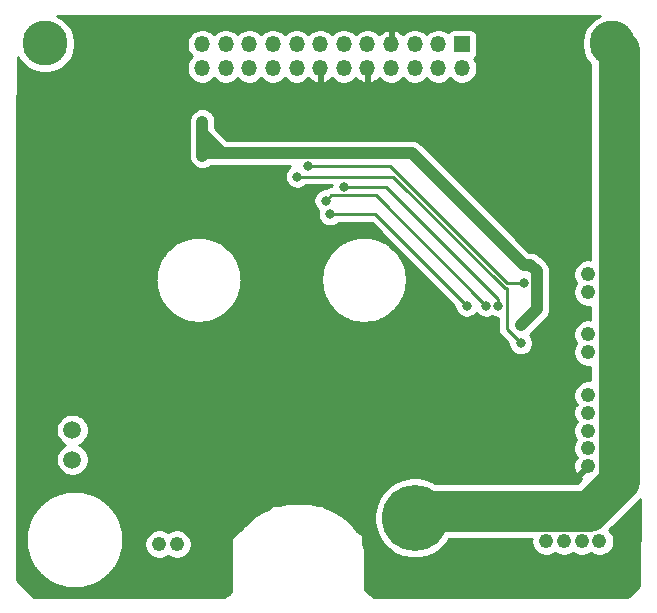
<source format=gbr>
%TF.GenerationSoftware,KiCad,Pcbnew,(5.1.12)-1*%
%TF.CreationDate,2022-08-25T11:39:19-06:00*%
%TF.ProjectId,SpritePCB,53707269-7465-4504-9342-2e6b69636164,rev?*%
%TF.SameCoordinates,Original*%
%TF.FileFunction,Copper,L2,Bot*%
%TF.FilePolarity,Positive*%
%FSLAX46Y46*%
G04 Gerber Fmt 4.6, Leading zero omitted, Abs format (unit mm)*
G04 Created by KiCad (PCBNEW (5.1.12)-1) date 2022-08-25 11:39:19*
%MOMM*%
%LPD*%
G01*
G04 APERTURE LIST*
%TA.AperFunction,ComponentPad*%
%ADD10O,1.350000X1.350000*%
%TD*%
%TA.AperFunction,ComponentPad*%
%ADD11R,1.350000X1.350000*%
%TD*%
%TA.AperFunction,ComponentPad*%
%ADD12C,1.498600*%
%TD*%
%TA.AperFunction,ComponentPad*%
%ADD13C,1.244600*%
%TD*%
%TA.AperFunction,ComponentPad*%
%ADD14C,5.600000*%
%TD*%
%TA.AperFunction,ComponentPad*%
%ADD15C,3.800000*%
%TD*%
%TA.AperFunction,ViaPad*%
%ADD16C,0.800000*%
%TD*%
%TA.AperFunction,Conductor*%
%ADD17C,3.500000*%
%TD*%
%TA.AperFunction,Conductor*%
%ADD18C,1.000000*%
%TD*%
%TA.AperFunction,Conductor*%
%ADD19C,0.225000*%
%TD*%
%TA.AperFunction,Conductor*%
%ADD20C,0.250000*%
%TD*%
%TA.AperFunction,Conductor*%
%ADD21C,0.254000*%
%TD*%
%TA.AperFunction,Conductor*%
%ADD22C,0.100000*%
%TD*%
G04 APERTURE END LIST*
D10*
%TO.P,J1,24*%
%TO.N,/HEATER_FAN_COM*%
X46300000Y-44539000D03*
%TO.P,J1,23*%
X46300000Y-42539000D03*
%TO.P,J1,22*%
X48300000Y-44539000D03*
%TO.P,J1,21*%
X48300000Y-42539000D03*
%TO.P,J1,20*%
%TO.N,/HEATER_2*%
X50300000Y-44539000D03*
%TO.P,J1,19*%
X50300000Y-42539000D03*
%TO.P,J1,18*%
X52300000Y-44539000D03*
%TO.P,J1,17*%
X52300000Y-42539000D03*
%TO.P,J1,16*%
%TO.N,/FAN1_1*%
X54300000Y-44539000D03*
%TO.P,J1,15*%
%TO.N,/FAN2_1*%
X54300000Y-42539000D03*
%TO.P,J1,14*%
%TO.N,/MNT_HOLE_F*%
X56300000Y-44539000D03*
%TO.P,J1,13*%
%TO.N,/CRTOUCH_3*%
X56300000Y-42539000D03*
%TO.P,J1,12*%
%TO.N,/CRTOUCH_5*%
X58300000Y-44539000D03*
%TO.P,J1,11*%
%TO.N,/CRTOUCH_2*%
X58300000Y-42539000D03*
%TO.P,J1,10*%
%TO.N,/MNT_HOLE_F*%
X60300000Y-44539000D03*
%TO.P,J1,9*%
%TO.N,/THERM_1*%
X60300000Y-42539000D03*
%TO.P,J1,8*%
%TO.N,/THERM_2*%
X62300000Y-44539000D03*
%TO.P,J1,7*%
%TO.N,/MNT_HOLE_F*%
X62300000Y-42539000D03*
%TO.P,J1,6*%
%TO.N,/MOTOR_2*%
X64300000Y-44539000D03*
%TO.P,J1,5*%
%TO.N,/MOTOR_1*%
X64300000Y-42539000D03*
%TO.P,J1,4*%
%TO.N,/MOTOR_4*%
X66300000Y-44539000D03*
%TO.P,J1,3*%
%TO.N,/MOTOR_3*%
X66300000Y-42539000D03*
%TO.P,J1,2*%
%TO.N,/MNT_HOLE*%
X68300000Y-44539000D03*
D11*
%TO.P,J1,1*%
X68300000Y-42539000D03*
%TD*%
D12*
%TO.P,J6,1*%
%TO.N,/HEATER_FAN_COM*%
X35306000Y-75184001D03*
%TO.P,J6,2*%
%TO.N,/HEATER_2*%
X35306000Y-77683999D03*
%TD*%
D13*
%TO.P,J7,1*%
%TO.N,/FAN1_1*%
X78994000Y-68580001D03*
%TO.P,J7,2*%
%TO.N,/HEATER_FAN_COM*%
X78994000Y-67079999D03*
%TD*%
%TO.P,J5,1*%
%TO.N,/THERM_1*%
X42671999Y-84836000D03*
%TO.P,J5,2*%
%TO.N,/THERM_2*%
X44172001Y-84836000D03*
%TD*%
%TO.P,J4,1*%
%TO.N,/FAN2_1*%
X78994000Y-63500001D03*
%TO.P,J4,2*%
%TO.N,/HEATER_FAN_COM*%
X78994000Y-61999999D03*
%TD*%
%TO.P,J3,1*%
%TO.N,/MNT_HOLE_F*%
X78994000Y-78232000D03*
%TO.P,J3,2*%
%TO.N,/CRTOUCH_2*%
X78994000Y-76732000D03*
%TO.P,J3,3*%
%TO.N,/CRTOUCH_3*%
X78994000Y-75232001D03*
%TO.P,J3,4*%
%TO.N,/MNT_HOLE_F*%
X78994000Y-73732001D03*
%TO.P,J3,5*%
%TO.N,/CRTOUCH_5*%
X78994000Y-72232002D03*
%TD*%
%TO.P,J2,4*%
%TO.N,/MOTOR_4*%
X79938001Y-84582000D03*
%TO.P,J2,3*%
%TO.N,/MOTOR_3*%
X78438002Y-84582000D03*
%TO.P,J2,2*%
%TO.N,/MOTOR_2*%
X76938000Y-84582000D03*
%TO.P,J2,1*%
%TO.N,/MOTOR_1*%
X75438000Y-84582000D03*
%TD*%
D14*
%TO.P,H3,1*%
%TO.N,/MNT_HOLE*%
X64300000Y-82603886D03*
%TD*%
D15*
%TO.P,H2,1*%
%TO.N,/MNT_HOLE*%
X81000000Y-42453900D03*
%TD*%
%TO.P,H1,1*%
%TO.N,/MNT_HOLE*%
X33000000Y-42453900D03*
%TD*%
D16*
%TO.N,/HEATER_FAN_COM*%
X73279000Y-66294000D03*
X73533000Y-61214000D03*
X46300000Y-51950035D03*
X46300000Y-49077000D03*
%TO.N,/CRTOUCH_3*%
X70358000Y-64643000D03*
X56769000Y-55753000D03*
%TO.N,/FAN1_1*%
X73279000Y-67818000D03*
X54356000Y-53721000D03*
%TO.N,/FAN2_1*%
X73533000Y-62738000D03*
X55245000Y-52832000D03*
%TO.N,/CRTOUCH_5*%
X71374000Y-64643000D03*
X58293000Y-54610000D03*
%TO.N,/CRTOUCH_2*%
X68707000Y-64643000D03*
X57150000Y-56896000D03*
%TD*%
D17*
%TO.N,/MNT_HOLE*%
X64894187Y-82009699D02*
X64300000Y-82603886D01*
X79023307Y-82009699D02*
X64894187Y-82009699D01*
X81566301Y-79466705D02*
X79023307Y-82009699D01*
X81566301Y-43020201D02*
X81566301Y-79466705D01*
X81000000Y-42453900D02*
X81566301Y-43020201D01*
D18*
%TO.N,/HEATER_FAN_COM*%
X74098685Y-61214000D02*
X73533000Y-61214000D01*
X74633001Y-61748316D02*
X74098685Y-61214000D01*
X74633001Y-64939999D02*
X74633001Y-61748316D01*
X73279000Y-66294000D02*
X74633001Y-64939999D01*
X46518036Y-51731999D02*
X46300000Y-51950035D01*
X73533000Y-61214000D02*
X64050999Y-51731999D01*
X46300000Y-51950035D02*
X46300000Y-49077000D01*
X46300000Y-50068998D02*
X47963001Y-51731999D01*
X46300000Y-49077000D02*
X46300000Y-50068998D01*
X47963001Y-51731999D02*
X46518036Y-51731999D01*
X64050999Y-51731999D02*
X47963001Y-51731999D01*
D19*
%TO.N,/CRTOUCH_3*%
X57227501Y-55294499D02*
X56769000Y-55753000D01*
X61009499Y-55294499D02*
X57227501Y-55294499D01*
X70358000Y-64643000D02*
X61009499Y-55294499D01*
%TO.N,/FAN1_1*%
X62484000Y-53721000D02*
X54356000Y-53721000D01*
X71926010Y-63163010D02*
X62484000Y-53721000D01*
X72081012Y-63163010D02*
X71926010Y-63163010D01*
X72086501Y-63168499D02*
X72081012Y-63163010D01*
X72086501Y-66625501D02*
X72086501Y-63168499D01*
X73279000Y-67818000D02*
X72086501Y-66625501D01*
%TO.N,/FAN2_1*%
X73533000Y-62738000D02*
X72136000Y-62738000D01*
X62230000Y-52832000D02*
X55245000Y-52832000D01*
X72136000Y-62738000D02*
X62230000Y-52832000D01*
D20*
%TO.N,/CRTOUCH_5*%
X61906685Y-54610000D02*
X58293000Y-54610000D01*
X71374000Y-64077315D02*
X61906685Y-54610000D01*
X71374000Y-64643000D02*
X71374000Y-64077315D01*
D19*
%TO.N,/CRTOUCH_2*%
X60960000Y-56896000D02*
X57150000Y-56896000D01*
X68707000Y-64643000D02*
X60960000Y-56896000D01*
%TD*%
D21*
%TO.N,/MNT_HOLE_F*%
X79799227Y-40207412D02*
X79384032Y-40484837D01*
X79030937Y-40837932D01*
X78753512Y-41253127D01*
X78562418Y-41714468D01*
X78465000Y-42204224D01*
X78465000Y-42703576D01*
X78562418Y-43193332D01*
X78753512Y-43654673D01*
X79030937Y-44069868D01*
X79181301Y-44220232D01*
X79181301Y-60755324D01*
X79117833Y-60742699D01*
X78870167Y-60742699D01*
X78627259Y-60791016D01*
X78398445Y-60885794D01*
X78192518Y-61023390D01*
X78017391Y-61198517D01*
X77879795Y-61404444D01*
X77785017Y-61633258D01*
X77736700Y-61876166D01*
X77736700Y-62123832D01*
X77785017Y-62366740D01*
X77879795Y-62595554D01*
X77982993Y-62750000D01*
X77879795Y-62904446D01*
X77785017Y-63133260D01*
X77736700Y-63376168D01*
X77736700Y-63623834D01*
X77785017Y-63866742D01*
X77879795Y-64095556D01*
X78017391Y-64301483D01*
X78192518Y-64476610D01*
X78398445Y-64614206D01*
X78627259Y-64708984D01*
X78870167Y-64757301D01*
X79117833Y-64757301D01*
X79181302Y-64744676D01*
X79181302Y-65835324D01*
X79117833Y-65822699D01*
X78870167Y-65822699D01*
X78627259Y-65871016D01*
X78398445Y-65965794D01*
X78192518Y-66103390D01*
X78017391Y-66278517D01*
X77879795Y-66484444D01*
X77785017Y-66713258D01*
X77736700Y-66956166D01*
X77736700Y-67203832D01*
X77785017Y-67446740D01*
X77879795Y-67675554D01*
X77982993Y-67830000D01*
X77879795Y-67984446D01*
X77785017Y-68213260D01*
X77736700Y-68456168D01*
X77736700Y-68703834D01*
X77785017Y-68946742D01*
X77879795Y-69175556D01*
X78017391Y-69381483D01*
X78192518Y-69556610D01*
X78398445Y-69694206D01*
X78627259Y-69788984D01*
X78870167Y-69837301D01*
X79117833Y-69837301D01*
X79181302Y-69824676D01*
X79181302Y-70987327D01*
X79117833Y-70974702D01*
X78870167Y-70974702D01*
X78627259Y-71023019D01*
X78398445Y-71117797D01*
X78192518Y-71255393D01*
X78017391Y-71430520D01*
X77879795Y-71636447D01*
X77785017Y-71865261D01*
X77736700Y-72108169D01*
X77736700Y-72355835D01*
X77785017Y-72598743D01*
X77879795Y-72827557D01*
X78017391Y-73033484D01*
X78047653Y-73063746D01*
X77902429Y-73095909D01*
X77799308Y-73321086D01*
X77742099Y-73562055D01*
X77732999Y-73809554D01*
X77772358Y-74054074D01*
X77858665Y-74286216D01*
X77902429Y-74368093D01*
X78047654Y-74400256D01*
X78017391Y-74430519D01*
X77879795Y-74636446D01*
X77785017Y-74865260D01*
X77736700Y-75108168D01*
X77736700Y-75355834D01*
X77785017Y-75598742D01*
X77879795Y-75827556D01*
X77982991Y-75982001D01*
X77879795Y-76136445D01*
X77785017Y-76365259D01*
X77736700Y-76608167D01*
X77736700Y-76855833D01*
X77785017Y-77098741D01*
X77879795Y-77327555D01*
X78017391Y-77533482D01*
X78047654Y-77563745D01*
X77902429Y-77595908D01*
X77799308Y-77821085D01*
X77742099Y-78062054D01*
X77732999Y-78309553D01*
X77772358Y-78554073D01*
X77858665Y-78786215D01*
X77902429Y-78868092D01*
X78128283Y-78918112D01*
X78814395Y-78232000D01*
X78800253Y-78217858D01*
X78979858Y-78038253D01*
X78994000Y-78052395D01*
X79008143Y-78038253D01*
X79181302Y-78211412D01*
X79181302Y-78224303D01*
X79173605Y-78232000D01*
X79181302Y-78239697D01*
X79181302Y-78252588D01*
X79008143Y-78425748D01*
X78994000Y-78411605D01*
X78307888Y-79097717D01*
X78354033Y-79306074D01*
X78035408Y-79624699D01*
X66024167Y-79624699D01*
X65927082Y-79559829D01*
X65301952Y-79300892D01*
X64638318Y-79168886D01*
X63961682Y-79168886D01*
X63298048Y-79300892D01*
X62672918Y-79559829D01*
X62110315Y-79935748D01*
X61631862Y-80414201D01*
X61255943Y-80976804D01*
X60997006Y-81601934D01*
X60865000Y-82265568D01*
X60865000Y-82942204D01*
X60997006Y-83605838D01*
X61255943Y-84230968D01*
X61631862Y-84793571D01*
X62110315Y-85272024D01*
X62672918Y-85647943D01*
X63298048Y-85906880D01*
X63961682Y-86038886D01*
X64638318Y-86038886D01*
X65301952Y-85906880D01*
X65927082Y-85647943D01*
X66489685Y-85272024D01*
X66968138Y-84793571D01*
X67234656Y-84394699D01*
X74193324Y-84394699D01*
X74180700Y-84458167D01*
X74180700Y-84705833D01*
X74229017Y-84948741D01*
X74323795Y-85177555D01*
X74461391Y-85383482D01*
X74636518Y-85558609D01*
X74842445Y-85696205D01*
X75071259Y-85790983D01*
X75314167Y-85839300D01*
X75561833Y-85839300D01*
X75804741Y-85790983D01*
X76033555Y-85696205D01*
X76188000Y-85593008D01*
X76342445Y-85696205D01*
X76571259Y-85790983D01*
X76814167Y-85839300D01*
X77061833Y-85839300D01*
X77304741Y-85790983D01*
X77533555Y-85696205D01*
X77688001Y-85593007D01*
X77842447Y-85696205D01*
X78071261Y-85790983D01*
X78314169Y-85839300D01*
X78561835Y-85839300D01*
X78804743Y-85790983D01*
X79033557Y-85696205D01*
X79188002Y-85593009D01*
X79342446Y-85696205D01*
X79571260Y-85790983D01*
X79814168Y-85839300D01*
X80061834Y-85839300D01*
X80304742Y-85790983D01*
X80533556Y-85696205D01*
X80739483Y-85558609D01*
X80914610Y-85383482D01*
X81052206Y-85177555D01*
X81146984Y-84948741D01*
X81195301Y-84705833D01*
X81195301Y-84458167D01*
X81146984Y-84215259D01*
X81052206Y-83986445D01*
X80914610Y-83780518D01*
X80772225Y-83638133D01*
X80792601Y-83613304D01*
X83169906Y-81235999D01*
X83260910Y-81161314D01*
X83351789Y-81050577D01*
X83312768Y-88249950D01*
X83269297Y-88389875D01*
X82552873Y-89177942D01*
X82514375Y-89198851D01*
X82257777Y-89278582D01*
X81947685Y-89309886D01*
X60996275Y-89309886D01*
X60882346Y-89298399D01*
X60178113Y-88786230D01*
X60128720Y-88627113D01*
X60107990Y-88421471D01*
X60107990Y-85966446D01*
X60108703Y-85946134D01*
X60107990Y-85934847D01*
X60107990Y-85923522D01*
X60105995Y-85903268D01*
X60084336Y-85560399D01*
X60085275Y-85551568D01*
X60080343Y-85497180D01*
X60078903Y-85474389D01*
X60077486Y-85465677D01*
X60076689Y-85456891D01*
X60072409Y-85434471D01*
X60063639Y-85380557D01*
X60060530Y-85372236D01*
X60005418Y-85083517D01*
X60005287Y-85075623D01*
X59993535Y-85021268D01*
X59989073Y-84997890D01*
X59986856Y-84990373D01*
X59985198Y-84982704D01*
X59977905Y-84960022D01*
X59963805Y-84912213D01*
X59943951Y-84197474D01*
X59940824Y-84172774D01*
X59932938Y-84149160D01*
X59920597Y-84127538D01*
X59904274Y-84108739D01*
X59892594Y-84098948D01*
X59396089Y-83731167D01*
X59159591Y-83382572D01*
X59142902Y-83352461D01*
X59103611Y-83306043D01*
X59064719Y-83259330D01*
X59037959Y-83237683D01*
X58473607Y-82690254D01*
X58455357Y-82668254D01*
X58428187Y-82646196D01*
X58425884Y-82643962D01*
X58403614Y-82626246D01*
X58381552Y-82608335D01*
X58378878Y-82606569D01*
X58351487Y-82584779D01*
X58326078Y-82571691D01*
X57648241Y-82123933D01*
X57629595Y-82108081D01*
X57595442Y-82089056D01*
X57589341Y-82085026D01*
X57567797Y-82073657D01*
X57546545Y-82061818D01*
X57539848Y-82058907D01*
X57505265Y-82040656D01*
X57481805Y-82033675D01*
X56706946Y-81696832D01*
X56687984Y-81685510D01*
X56648912Y-81671604D01*
X56640019Y-81667738D01*
X56619095Y-81660992D01*
X56598422Y-81653634D01*
X56589029Y-81651298D01*
X56587679Y-81650863D01*
X56463594Y-81558948D01*
X56442232Y-81546161D01*
X56418786Y-81537788D01*
X56388000Y-81534000D01*
X56117392Y-81534000D01*
X55671412Y-81423083D01*
X55651812Y-81415365D01*
X55609977Y-81407804D01*
X55599590Y-81405221D01*
X55578882Y-81402185D01*
X55558262Y-81398458D01*
X55547582Y-81397595D01*
X55505530Y-81391429D01*
X55484495Y-81392498D01*
X54563462Y-81318081D01*
X54543581Y-81313756D01*
X54500377Y-81312984D01*
X54488988Y-81312064D01*
X54468754Y-81312419D01*
X54448530Y-81312058D01*
X54437145Y-81312974D01*
X54393938Y-81313733D01*
X54374056Y-81318052D01*
X53457028Y-81391858D01*
X53436202Y-81390780D01*
X53393936Y-81396936D01*
X53383054Y-81397812D01*
X53362648Y-81401493D01*
X53342129Y-81404482D01*
X53331531Y-81407107D01*
X53289498Y-81414690D01*
X53270094Y-81422325D01*
X52819231Y-81534000D01*
X52324000Y-81534000D01*
X52299224Y-81536440D01*
X52275399Y-81543667D01*
X52246030Y-81560752D01*
X51869542Y-81853576D01*
X51466067Y-82028184D01*
X51442835Y-82035036D01*
X51407978Y-82053323D01*
X51401043Y-82056324D01*
X51379994Y-82068004D01*
X51358651Y-82079201D01*
X51352328Y-82083355D01*
X51317917Y-82102450D01*
X51299440Y-82118106D01*
X50623436Y-82562285D01*
X50598263Y-82575143D01*
X50570553Y-82597032D01*
X50567609Y-82598967D01*
X50545738Y-82616636D01*
X50523665Y-82634072D01*
X50521127Y-82636517D01*
X50493659Y-82658707D01*
X50475561Y-82680416D01*
X49911809Y-83223535D01*
X49885239Y-83244826D01*
X49845857Y-83291688D01*
X49806183Y-83338233D01*
X49789579Y-83367952D01*
X49637927Y-83589277D01*
X48817030Y-84227752D01*
X48798970Y-84244890D01*
X48784602Y-84265221D01*
X48774475Y-84287965D01*
X48768981Y-84312248D01*
X48768000Y-84328000D01*
X48768000Y-88800204D01*
X48763048Y-88816158D01*
X48689179Y-88952258D01*
X48607277Y-89051527D01*
X48235182Y-89274784D01*
X48185674Y-89290152D01*
X47989915Y-89309886D01*
X32085492Y-89309886D01*
X30644000Y-87868394D01*
X30644000Y-84392001D01*
X31355844Y-84392001D01*
X31355994Y-84453870D01*
X31355844Y-84515739D01*
X31362271Y-84548466D01*
X31427372Y-85193442D01*
X31427595Y-85226612D01*
X31440078Y-85287241D01*
X31452359Y-85348207D01*
X31465131Y-85378831D01*
X31650826Y-85976512D01*
X31657228Y-86007618D01*
X31669597Y-86036929D01*
X31669607Y-86036961D01*
X31679881Y-86061300D01*
X31694189Y-86095205D01*
X31694202Y-86095229D01*
X31706576Y-86124544D01*
X31724399Y-86150834D01*
X32016440Y-86688602D01*
X32028195Y-86716765D01*
X32046631Y-86744196D01*
X32047240Y-86745317D01*
X32064370Y-86770589D01*
X32081224Y-86795666D01*
X32082028Y-86796640D01*
X32100579Y-86824009D01*
X32122306Y-86845450D01*
X32507634Y-87312398D01*
X32524257Y-87337423D01*
X32547910Y-87361204D01*
X32549020Y-87362550D01*
X32570210Y-87383626D01*
X32591296Y-87404827D01*
X32592642Y-87405938D01*
X32616422Y-87429590D01*
X32641449Y-87446215D01*
X33108396Y-87831556D01*
X33129834Y-87853280D01*
X33157196Y-87871827D01*
X33158174Y-87872634D01*
X33183406Y-87889593D01*
X33208526Y-87906620D01*
X33209639Y-87907224D01*
X33237074Y-87925664D01*
X33265244Y-87937422D01*
X33803012Y-88229472D01*
X33829303Y-88247296D01*
X33858615Y-88259669D01*
X33858637Y-88259681D01*
X33887366Y-88271805D01*
X33916886Y-88284266D01*
X33916911Y-88284274D01*
X33946223Y-88296644D01*
X33977335Y-88303048D01*
X34575034Y-88488752D01*
X34605655Y-88501523D01*
X34666406Y-88513760D01*
X34727247Y-88526288D01*
X34760430Y-88526511D01*
X35405421Y-88591615D01*
X35438155Y-88598044D01*
X35500093Y-88597893D01*
X35561887Y-88598043D01*
X35594613Y-88591616D01*
X36239591Y-88526510D01*
X36272768Y-88526287D01*
X36333553Y-88513771D01*
X36394358Y-88501522D01*
X36424979Y-88488751D01*
X37022665Y-88303045D01*
X37053771Y-88296642D01*
X37083079Y-88284273D01*
X37083109Y-88284264D01*
X37114768Y-88270900D01*
X37141356Y-88259679D01*
X37141379Y-88259666D01*
X37170691Y-88247293D01*
X37196982Y-88229469D01*
X37734733Y-87937421D01*
X37762905Y-87925662D01*
X37790345Y-87907219D01*
X37791455Y-87906616D01*
X37816579Y-87889586D01*
X37841805Y-87872631D01*
X37842781Y-87871826D01*
X37870147Y-87853276D01*
X37891589Y-87831547D01*
X38358521Y-87446213D01*
X38383547Y-87429589D01*
X38407330Y-87405934D01*
X38408676Y-87404823D01*
X38429761Y-87383623D01*
X38450950Y-87362548D01*
X38452060Y-87361202D01*
X38475714Y-87337420D01*
X38492339Y-87312391D01*
X38877662Y-86845446D01*
X38899385Y-86824009D01*
X38917933Y-86796644D01*
X38918742Y-86795664D01*
X38935726Y-86770394D01*
X38952724Y-86745316D01*
X38953327Y-86744205D01*
X38971771Y-86716763D01*
X38983529Y-86688591D01*
X39275567Y-86150830D01*
X39293388Y-86124543D01*
X39305760Y-86095233D01*
X39305775Y-86095205D01*
X39320790Y-86059626D01*
X39330357Y-86036960D01*
X39330363Y-86036941D01*
X39342737Y-86007619D01*
X39349141Y-85976500D01*
X39534835Y-85378826D01*
X39547604Y-85348208D01*
X39559846Y-85287435D01*
X39572369Y-85226613D01*
X39572592Y-85193434D01*
X39621170Y-84712167D01*
X41414699Y-84712167D01*
X41414699Y-84959833D01*
X41463016Y-85202741D01*
X41557794Y-85431555D01*
X41695390Y-85637482D01*
X41870517Y-85812609D01*
X42076444Y-85950205D01*
X42305258Y-86044983D01*
X42548166Y-86093300D01*
X42795832Y-86093300D01*
X43038740Y-86044983D01*
X43267554Y-85950205D01*
X43422000Y-85847007D01*
X43576446Y-85950205D01*
X43805260Y-86044983D01*
X44048168Y-86093300D01*
X44295834Y-86093300D01*
X44538742Y-86044983D01*
X44767556Y-85950205D01*
X44973483Y-85812609D01*
X45148610Y-85637482D01*
X45286206Y-85431555D01*
X45380984Y-85202741D01*
X45429301Y-84959833D01*
X45429301Y-84712167D01*
X45380984Y-84469259D01*
X45286206Y-84240445D01*
X45148610Y-84034518D01*
X44973483Y-83859391D01*
X44767556Y-83721795D01*
X44538742Y-83627017D01*
X44295834Y-83578700D01*
X44048168Y-83578700D01*
X43805260Y-83627017D01*
X43576446Y-83721795D01*
X43422000Y-83824993D01*
X43267554Y-83721795D01*
X43038740Y-83627017D01*
X42795832Y-83578700D01*
X42548166Y-83578700D01*
X42305258Y-83627017D01*
X42076444Y-83721795D01*
X41870517Y-83859391D01*
X41695390Y-84034518D01*
X41557794Y-84240445D01*
X41463016Y-84469259D01*
X41414699Y-84712167D01*
X39621170Y-84712167D01*
X39637694Y-84548464D01*
X39644121Y-84515738D01*
X39643971Y-84453870D01*
X39644121Y-84392002D01*
X39637694Y-84359276D01*
X39572592Y-83714306D01*
X39572369Y-83681127D01*
X39559819Y-83620174D01*
X39547604Y-83559531D01*
X39534838Y-83528920D01*
X39349142Y-82931239D01*
X39342737Y-82900117D01*
X39330362Y-82870792D01*
X39330357Y-82870777D01*
X39321082Y-82848802D01*
X39305775Y-82812531D01*
X39305762Y-82812508D01*
X39293389Y-82783193D01*
X39275564Y-82756900D01*
X38983531Y-82219147D01*
X38971772Y-82190973D01*
X38953323Y-82163523D01*
X38952724Y-82162419D01*
X38935862Y-82137541D01*
X38918744Y-82112071D01*
X38917928Y-82111082D01*
X38899386Y-82083726D01*
X38877669Y-82062295D01*
X38492345Y-81595346D01*
X38475716Y-81570312D01*
X38452055Y-81546522D01*
X38450951Y-81545184D01*
X38429889Y-81524235D01*
X38408678Y-81502908D01*
X38407324Y-81501790D01*
X38383549Y-81478143D01*
X38358529Y-81461523D01*
X37891586Y-81076177D01*
X37870148Y-81054452D01*
X37842786Y-81035905D01*
X37841807Y-81035097D01*
X37816543Y-81018117D01*
X37791457Y-81001112D01*
X37790347Y-81000509D01*
X37762907Y-80982066D01*
X37734737Y-80970308D01*
X37196987Y-80678258D01*
X37170692Y-80660431D01*
X37141379Y-80648058D01*
X37141358Y-80648046D01*
X37110380Y-80634972D01*
X37083110Y-80623461D01*
X37083090Y-80623455D01*
X37053773Y-80611082D01*
X37022656Y-80604677D01*
X36424984Y-80418973D01*
X36394358Y-80406200D01*
X36333499Y-80393941D01*
X36272770Y-80381435D01*
X36239590Y-80381212D01*
X35627023Y-80319378D01*
X35626266Y-80319148D01*
X35593840Y-80315954D01*
X35561887Y-80309679D01*
X35500093Y-80309829D01*
X35438155Y-80309678D01*
X35406194Y-80315955D01*
X35373774Y-80319148D01*
X35373018Y-80319377D01*
X34760430Y-80381211D01*
X34727245Y-80381434D01*
X34666284Y-80393986D01*
X34605655Y-80406199D01*
X34575040Y-80418967D01*
X33977333Y-80604677D01*
X33946221Y-80611081D01*
X33916906Y-80623452D01*
X33916884Y-80623459D01*
X33893716Y-80633239D01*
X33858635Y-80648043D01*
X33858604Y-80648060D01*
X33829301Y-80660429D01*
X33803017Y-80678248D01*
X33265246Y-80970304D01*
X33237072Y-80982064D01*
X33209629Y-81000509D01*
X33208524Y-81001109D01*
X33183523Y-81018055D01*
X33158172Y-81035094D01*
X33157191Y-81035903D01*
X33129832Y-81054448D01*
X33108394Y-81076173D01*
X32641449Y-81461515D01*
X32616421Y-81478141D01*
X32592640Y-81501794D01*
X32591294Y-81502905D01*
X32570238Y-81524076D01*
X32549019Y-81545181D01*
X32547905Y-81546530D01*
X32524256Y-81570309D01*
X32507635Y-81595331D01*
X32122302Y-82062288D01*
X32100578Y-82083726D01*
X32082031Y-82111090D01*
X32081222Y-82112070D01*
X32064221Y-82137365D01*
X32047240Y-82162419D01*
X32046638Y-82163528D01*
X32028193Y-82190972D01*
X32016435Y-82219144D01*
X31724403Y-82756895D01*
X31706575Y-82783193D01*
X31694199Y-82812513D01*
X31694189Y-82812532D01*
X31682638Y-82839904D01*
X31669607Y-82870776D01*
X31669600Y-82870799D01*
X31657227Y-82900118D01*
X31650823Y-82931234D01*
X31465132Y-83528905D01*
X31452359Y-83559532D01*
X31440075Y-83620515D01*
X31427595Y-83681128D01*
X31427372Y-83714298D01*
X31362272Y-84359273D01*
X31355844Y-84392001D01*
X30644000Y-84392001D01*
X30644000Y-75047659D01*
X33921700Y-75047659D01*
X33921700Y-75320343D01*
X33974898Y-75587786D01*
X34079249Y-75839713D01*
X34230744Y-76066441D01*
X34423560Y-76259257D01*
X34650288Y-76410752D01*
X34706414Y-76434000D01*
X34650288Y-76457248D01*
X34423560Y-76608743D01*
X34230744Y-76801559D01*
X34079249Y-77028287D01*
X33974898Y-77280214D01*
X33921700Y-77547657D01*
X33921700Y-77820341D01*
X33974898Y-78087784D01*
X34079249Y-78339711D01*
X34230744Y-78566439D01*
X34423560Y-78759255D01*
X34650288Y-78910750D01*
X34902215Y-79015101D01*
X35169658Y-79068299D01*
X35442342Y-79068299D01*
X35709785Y-79015101D01*
X35961712Y-78910750D01*
X36188440Y-78759255D01*
X36381256Y-78566439D01*
X36532751Y-78339711D01*
X36637102Y-78087784D01*
X36690300Y-77820341D01*
X36690300Y-77547657D01*
X36637102Y-77280214D01*
X36532751Y-77028287D01*
X36381256Y-76801559D01*
X36188440Y-76608743D01*
X35961712Y-76457248D01*
X35905586Y-76434000D01*
X35961712Y-76410752D01*
X36188440Y-76259257D01*
X36381256Y-76066441D01*
X36532751Y-75839713D01*
X36637102Y-75587786D01*
X36690300Y-75320343D01*
X36690300Y-75047659D01*
X36637102Y-74780216D01*
X36532751Y-74528289D01*
X36381256Y-74301561D01*
X36188440Y-74108745D01*
X35961712Y-73957250D01*
X35709785Y-73852899D01*
X35442342Y-73799701D01*
X35169658Y-73799701D01*
X34902215Y-73852899D01*
X34650288Y-73957250D01*
X34423560Y-74108745D01*
X34230744Y-74301561D01*
X34079249Y-74528289D01*
X33974898Y-74780216D01*
X33921700Y-75047659D01*
X30644000Y-75047659D01*
X30644000Y-62392042D01*
X42355809Y-62392042D01*
X42355959Y-62453912D01*
X42355809Y-62515781D01*
X42362237Y-62548509D01*
X42417173Y-63092771D01*
X42417396Y-63125953D01*
X42429911Y-63186734D01*
X42442161Y-63247547D01*
X42454933Y-63278170D01*
X42611478Y-63782022D01*
X42617882Y-63813136D01*
X42630254Y-63842453D01*
X42630261Y-63842475D01*
X42640504Y-63866742D01*
X42654844Y-63900721D01*
X42654856Y-63900744D01*
X42667230Y-63930058D01*
X42685055Y-63956350D01*
X42930973Y-64409177D01*
X42942733Y-64437352D01*
X42961178Y-64464795D01*
X42961778Y-64465900D01*
X42978749Y-64490938D01*
X42995763Y-64516252D01*
X42996570Y-64517230D01*
X43015117Y-64544593D01*
X43036844Y-64566033D01*
X43361103Y-64958967D01*
X43377725Y-64983990D01*
X43401375Y-65007768D01*
X43402489Y-65009118D01*
X43423718Y-65030233D01*
X43444765Y-65051393D01*
X43446111Y-65052504D01*
X43469893Y-65076157D01*
X43494919Y-65092781D01*
X43887853Y-65417037D01*
X43909291Y-65438762D01*
X43936652Y-65457307D01*
X43937632Y-65458116D01*
X43963027Y-65475185D01*
X43987984Y-65492100D01*
X43989085Y-65492698D01*
X44016533Y-65511146D01*
X44044712Y-65522907D01*
X44497538Y-65768823D01*
X44523826Y-65786645D01*
X44553136Y-65799017D01*
X44553162Y-65799031D01*
X44587091Y-65813349D01*
X44611409Y-65823614D01*
X44611430Y-65823620D01*
X44640748Y-65835993D01*
X44671865Y-65842397D01*
X45175714Y-65998940D01*
X45206331Y-66011709D01*
X45267074Y-66023944D01*
X45327926Y-66036474D01*
X45361106Y-66036697D01*
X45905365Y-66091634D01*
X45938092Y-66098061D01*
X45999960Y-66097911D01*
X46061828Y-66098061D01*
X46094556Y-66091634D01*
X46638815Y-66036697D01*
X46671991Y-66036474D01*
X46732753Y-66023963D01*
X46793588Y-66011709D01*
X46824208Y-65998939D01*
X47328053Y-65842397D01*
X47359170Y-65835993D01*
X47388488Y-65823620D01*
X47388509Y-65823614D01*
X47412827Y-65813349D01*
X47446756Y-65799031D01*
X47446782Y-65799017D01*
X47476092Y-65786645D01*
X47502381Y-65768823D01*
X47955208Y-65522907D01*
X47983385Y-65511146D01*
X48010829Y-65492701D01*
X48011935Y-65492100D01*
X48037010Y-65475104D01*
X48062286Y-65458116D01*
X48063262Y-65457311D01*
X48090628Y-65438762D01*
X48112071Y-65417032D01*
X48505001Y-65092780D01*
X48530026Y-65076157D01*
X48553806Y-65052505D01*
X48555154Y-65051393D01*
X48576264Y-65030169D01*
X48597429Y-65009118D01*
X48598538Y-65007774D01*
X48622194Y-64983990D01*
X48638820Y-64958961D01*
X48963078Y-64566031D01*
X48984802Y-64544593D01*
X49003347Y-64517233D01*
X49004155Y-64516254D01*
X49021131Y-64490997D01*
X49038141Y-64465901D01*
X49038744Y-64464790D01*
X49057185Y-64437353D01*
X49068943Y-64409184D01*
X49314869Y-63956343D01*
X49332689Y-63930058D01*
X49345059Y-63900753D01*
X49345075Y-63900723D01*
X49361281Y-63862322D01*
X49369658Y-63842475D01*
X49369663Y-63842458D01*
X49382037Y-63813137D01*
X49388441Y-63782020D01*
X49544987Y-63278168D01*
X49557758Y-63247547D01*
X49569995Y-63186796D01*
X49582523Y-63125955D01*
X49582746Y-63092773D01*
X49637684Y-62548506D01*
X49644111Y-62515780D01*
X49643961Y-62453911D01*
X49644111Y-62392042D01*
X56355849Y-62392042D01*
X56355999Y-62453912D01*
X56355849Y-62515781D01*
X56362277Y-62548509D01*
X56417213Y-63092771D01*
X56417436Y-63125953D01*
X56429951Y-63186734D01*
X56442201Y-63247547D01*
X56454973Y-63278170D01*
X56611518Y-63782022D01*
X56617922Y-63813136D01*
X56630294Y-63842453D01*
X56630301Y-63842475D01*
X56640544Y-63866742D01*
X56654884Y-63900721D01*
X56654896Y-63900744D01*
X56667270Y-63930058D01*
X56685095Y-63956350D01*
X56931013Y-64409177D01*
X56942773Y-64437352D01*
X56961218Y-64464795D01*
X56961818Y-64465900D01*
X56978789Y-64490938D01*
X56995803Y-64516252D01*
X56996610Y-64517230D01*
X57015157Y-64544593D01*
X57036884Y-64566033D01*
X57361143Y-64958967D01*
X57377765Y-64983990D01*
X57401415Y-65007768D01*
X57402529Y-65009118D01*
X57423758Y-65030233D01*
X57444805Y-65051393D01*
X57446151Y-65052504D01*
X57469933Y-65076157D01*
X57494959Y-65092781D01*
X57887893Y-65417037D01*
X57909331Y-65438762D01*
X57936692Y-65457307D01*
X57937672Y-65458116D01*
X57963067Y-65475185D01*
X57988024Y-65492100D01*
X57989125Y-65492698D01*
X58016573Y-65511146D01*
X58044752Y-65522907D01*
X58497578Y-65768823D01*
X58523866Y-65786645D01*
X58553176Y-65799017D01*
X58553202Y-65799031D01*
X58587131Y-65813349D01*
X58611449Y-65823614D01*
X58611470Y-65823620D01*
X58640788Y-65835993D01*
X58671905Y-65842397D01*
X59175754Y-65998940D01*
X59206371Y-66011709D01*
X59267114Y-66023944D01*
X59327966Y-66036474D01*
X59361146Y-66036697D01*
X59905407Y-66091634D01*
X59938133Y-66098061D01*
X60000001Y-66097911D01*
X60061868Y-66098061D01*
X60094596Y-66091634D01*
X60638847Y-66036697D01*
X60672025Y-66036474D01*
X60732832Y-66023954D01*
X60793621Y-66011709D01*
X60824241Y-65998939D01*
X61328079Y-65842398D01*
X61359198Y-65835993D01*
X61388520Y-65823619D01*
X61388539Y-65823613D01*
X61411205Y-65814046D01*
X61446784Y-65799031D01*
X61446812Y-65799016D01*
X61476122Y-65786644D01*
X61502412Y-65768821D01*
X61955243Y-65522903D01*
X61983411Y-65511146D01*
X62010850Y-65492705D01*
X62011963Y-65492100D01*
X62037116Y-65475051D01*
X62062312Y-65458117D01*
X62063288Y-65457311D01*
X62090655Y-65438762D01*
X62112096Y-65417035D01*
X62505032Y-65092779D01*
X62530053Y-65076159D01*
X62553831Y-65052509D01*
X62555183Y-65051394D01*
X62576292Y-65030171D01*
X62597457Y-65009120D01*
X62598569Y-65007772D01*
X62622222Y-64983991D01*
X62638844Y-64958968D01*
X62963112Y-64566029D01*
X62984831Y-64544596D01*
X63003373Y-64517241D01*
X63004186Y-64516256D01*
X63021237Y-64490887D01*
X63038171Y-64465904D01*
X63038773Y-64464796D01*
X63057216Y-64437355D01*
X63068974Y-64409185D01*
X63314901Y-63956348D01*
X63332723Y-63930061D01*
X63345094Y-63900753D01*
X63345109Y-63900726D01*
X63361267Y-63862440D01*
X63369693Y-63842478D01*
X63369698Y-63842461D01*
X63382072Y-63813141D01*
X63388477Y-63782022D01*
X63545028Y-63278164D01*
X63557797Y-63247548D01*
X63570031Y-63186811D01*
X63582561Y-63125958D01*
X63582784Y-63092782D01*
X63637723Y-62548508D01*
X63644151Y-62515780D01*
X63644001Y-62453984D01*
X63644152Y-62392043D01*
X63637723Y-62359310D01*
X63582785Y-61815019D01*
X63582563Y-61781846D01*
X63570055Y-61721099D01*
X63557798Y-61660248D01*
X63545028Y-61629628D01*
X63388480Y-61125753D01*
X63382077Y-61094639D01*
X63369703Y-61065315D01*
X63369696Y-61065293D01*
X63359970Y-61042251D01*
X63345117Y-61007052D01*
X63345100Y-61007021D01*
X63332728Y-60977709D01*
X63314908Y-60951422D01*
X63068984Y-60498561D01*
X63057228Y-60470393D01*
X63038783Y-60442947D01*
X63038181Y-60441838D01*
X63021230Y-60416829D01*
X63004201Y-60391490D01*
X63003387Y-60390504D01*
X62984843Y-60363144D01*
X62963126Y-60341713D01*
X62638863Y-59948748D01*
X62622240Y-59923722D01*
X62598586Y-59899938D01*
X62597473Y-59898589D01*
X62576296Y-59877526D01*
X62555203Y-59856316D01*
X62553852Y-59855201D01*
X62530072Y-59831548D01*
X62505050Y-59814926D01*
X62112117Y-59490644D01*
X62090674Y-59468913D01*
X62063307Y-59450362D01*
X62062334Y-59449559D01*
X62037177Y-59432650D01*
X62011984Y-59415572D01*
X62010871Y-59414968D01*
X61983435Y-59396526D01*
X61955264Y-59384766D01*
X61502434Y-59138827D01*
X61476139Y-59120999D01*
X61446825Y-59108624D01*
X61446806Y-59108614D01*
X61420876Y-59097670D01*
X61388557Y-59084027D01*
X61388531Y-59084019D01*
X61359222Y-59071649D01*
X61328111Y-59065245D01*
X60824250Y-58908680D01*
X60793626Y-58895908D01*
X60732913Y-58883678D01*
X60672045Y-58871143D01*
X60638857Y-58870919D01*
X60127005Y-58819248D01*
X60126246Y-58819018D01*
X60093820Y-58815824D01*
X60061862Y-58809548D01*
X60000000Y-58809698D01*
X59938139Y-58809548D01*
X59906179Y-58815824D01*
X59873754Y-58819018D01*
X59872996Y-58819248D01*
X59361126Y-58870919D01*
X59327947Y-58871143D01*
X59267272Y-58883638D01*
X59206366Y-58895907D01*
X59175738Y-58908681D01*
X58671887Y-59065242D01*
X58640765Y-59071648D01*
X58611446Y-59084022D01*
X58611431Y-59084027D01*
X58588143Y-59093857D01*
X58553180Y-59108614D01*
X58553159Y-59108625D01*
X58523849Y-59120998D01*
X58497557Y-59138824D01*
X58044720Y-59384767D01*
X58016548Y-59396527D01*
X57989112Y-59414969D01*
X57988003Y-59415571D01*
X57962906Y-59432583D01*
X57937650Y-59449560D01*
X57936673Y-59450366D01*
X57909313Y-59468913D01*
X57887875Y-59490639D01*
X57494935Y-59814928D01*
X57469914Y-59831550D01*
X57446135Y-59855202D01*
X57444784Y-59856317D01*
X57423719Y-59877498D01*
X57402513Y-59898591D01*
X57401397Y-59899944D01*
X57377748Y-59923723D01*
X57361129Y-59948743D01*
X57036866Y-60341712D01*
X57015145Y-60363148D01*
X56996597Y-60390514D01*
X56995788Y-60391494D01*
X56978888Y-60416641D01*
X56961808Y-60441841D01*
X56961199Y-60442963D01*
X56942762Y-60470397D01*
X56931009Y-60498557D01*
X56685086Y-60951425D01*
X56667265Y-60977712D01*
X56654890Y-61007030D01*
X56654876Y-61007056D01*
X56643948Y-61032954D01*
X56630297Y-61065295D01*
X56630286Y-61065330D01*
X56617917Y-61094643D01*
X56611517Y-61125743D01*
X56454968Y-61629635D01*
X56442200Y-61660250D01*
X56429954Y-61721047D01*
X56417435Y-61781850D01*
X56417213Y-61815023D01*
X56362276Y-62359314D01*
X56355849Y-62392042D01*
X49644111Y-62392042D01*
X49637684Y-62359317D01*
X49582746Y-61815021D01*
X49582524Y-61781849D01*
X49570005Y-61721046D01*
X49557759Y-61660249D01*
X49544992Y-61629636D01*
X49388443Y-61125745D01*
X49382042Y-61094642D01*
X49369672Y-61065327D01*
X49369662Y-61065295D01*
X49357471Y-61036412D01*
X49345083Y-61007055D01*
X49345067Y-61007025D01*
X49332694Y-60977712D01*
X49314876Y-60951428D01*
X49068952Y-60498560D01*
X49057197Y-60470395D01*
X49038756Y-60442956D01*
X49038151Y-60441841D01*
X49021124Y-60416719D01*
X49004170Y-60391492D01*
X49003362Y-60390512D01*
X48984814Y-60363147D01*
X48963092Y-60341710D01*
X48638833Y-59948747D01*
X48622211Y-59923722D01*
X48598559Y-59899940D01*
X48597446Y-59898591D01*
X48576239Y-59877497D01*
X48555174Y-59856316D01*
X48553827Y-59855204D01*
X48530045Y-59831549D01*
X48505021Y-59814925D01*
X48112087Y-59490641D01*
X48090647Y-59468913D01*
X48063284Y-59450365D01*
X48062308Y-59449559D01*
X48037127Y-59432633D01*
X48011956Y-59415571D01*
X48010841Y-59414965D01*
X47983409Y-59396527D01*
X47955245Y-59384770D01*
X47502406Y-59138826D01*
X47476110Y-59120998D01*
X47446795Y-59108623D01*
X47446778Y-59108614D01*
X47421714Y-59098036D01*
X47388528Y-59084027D01*
X47388503Y-59084019D01*
X47359193Y-59071649D01*
X47328081Y-59065244D01*
X46824224Y-58908682D01*
X46793593Y-58895907D01*
X46732642Y-58883629D01*
X46672011Y-58871143D01*
X46638833Y-58870919D01*
X46126964Y-58819248D01*
X46126206Y-58819018D01*
X46093780Y-58815824D01*
X46061822Y-58809548D01*
X45999960Y-58809698D01*
X45938098Y-58809548D01*
X45906137Y-58815825D01*
X45873714Y-58819018D01*
X45872956Y-58819248D01*
X45361086Y-58870919D01*
X45327907Y-58871143D01*
X45267232Y-58883638D01*
X45206326Y-58895907D01*
X45175698Y-58908681D01*
X44671847Y-59065242D01*
X44640725Y-59071648D01*
X44611406Y-59084022D01*
X44611391Y-59084027D01*
X44588103Y-59093857D01*
X44553140Y-59108614D01*
X44553119Y-59108625D01*
X44523809Y-59120998D01*
X44497517Y-59138824D01*
X44044680Y-59384767D01*
X44016508Y-59396527D01*
X43989072Y-59414969D01*
X43987963Y-59415571D01*
X43962866Y-59432583D01*
X43937610Y-59449560D01*
X43936633Y-59450366D01*
X43909273Y-59468913D01*
X43887835Y-59490639D01*
X43494895Y-59814928D01*
X43469874Y-59831550D01*
X43446095Y-59855202D01*
X43444744Y-59856317D01*
X43423679Y-59877498D01*
X43402473Y-59898591D01*
X43401357Y-59899944D01*
X43377708Y-59923723D01*
X43361089Y-59948743D01*
X43036826Y-60341712D01*
X43015105Y-60363148D01*
X42996557Y-60390514D01*
X42995748Y-60391494D01*
X42978848Y-60416641D01*
X42961768Y-60441841D01*
X42961159Y-60442963D01*
X42942722Y-60470397D01*
X42930969Y-60498557D01*
X42685046Y-60951425D01*
X42667225Y-60977712D01*
X42654850Y-61007030D01*
X42654836Y-61007056D01*
X42643908Y-61032954D01*
X42630257Y-61065295D01*
X42630246Y-61065330D01*
X42617877Y-61094643D01*
X42611477Y-61125743D01*
X42454928Y-61629635D01*
X42442160Y-61660250D01*
X42429914Y-61721047D01*
X42417395Y-61781850D01*
X42417173Y-61815023D01*
X42362236Y-62359314D01*
X42355809Y-62392042D01*
X30644000Y-62392042D01*
X30644000Y-52419574D01*
X30663426Y-50068998D01*
X45159509Y-50068998D01*
X45165000Y-50124749D01*
X45165000Y-50124750D01*
X45165001Y-50124756D01*
X45165000Y-51894283D01*
X45159509Y-51950035D01*
X45165000Y-52005786D01*
X45181423Y-52172533D01*
X45246324Y-52386481D01*
X45351716Y-52583658D01*
X45493551Y-52756484D01*
X45666377Y-52898319D01*
X45863553Y-53003711D01*
X46077501Y-53068612D01*
X46300000Y-53090526D01*
X46522498Y-53068612D01*
X46736446Y-53003711D01*
X46933623Y-52898319D01*
X46971786Y-52866999D01*
X47907249Y-52866999D01*
X47963001Y-52872490D01*
X48018753Y-52866999D01*
X53771152Y-52866999D01*
X53696226Y-52917063D01*
X53552063Y-53061226D01*
X53438795Y-53230744D01*
X53360774Y-53419102D01*
X53321000Y-53619061D01*
X53321000Y-53822939D01*
X53360774Y-54022898D01*
X53438795Y-54211256D01*
X53552063Y-54380774D01*
X53696226Y-54524937D01*
X53865744Y-54638205D01*
X54054102Y-54716226D01*
X54254061Y-54756000D01*
X54457939Y-54756000D01*
X54657898Y-54716226D01*
X54846256Y-54638205D01*
X55015774Y-54524937D01*
X55072211Y-54468500D01*
X57265869Y-54468500D01*
X57258000Y-54508061D01*
X57258000Y-54546388D01*
X57227500Y-54543384D01*
X57190795Y-54546999D01*
X57190786Y-54546999D01*
X57080966Y-54557815D01*
X56940061Y-54600558D01*
X56810203Y-54669969D01*
X56751677Y-54718000D01*
X56667061Y-54718000D01*
X56467102Y-54757774D01*
X56278744Y-54835795D01*
X56109226Y-54949063D01*
X55965063Y-55093226D01*
X55851795Y-55262744D01*
X55773774Y-55451102D01*
X55734000Y-55651061D01*
X55734000Y-55854939D01*
X55773774Y-56054898D01*
X55851795Y-56243256D01*
X55965063Y-56412774D01*
X56109226Y-56556937D01*
X56156958Y-56588830D01*
X56154774Y-56594102D01*
X56115000Y-56794061D01*
X56115000Y-56997939D01*
X56154774Y-57197898D01*
X56232795Y-57386256D01*
X56346063Y-57555774D01*
X56490226Y-57699937D01*
X56659744Y-57813205D01*
X56848102Y-57891226D01*
X57048061Y-57931000D01*
X57251939Y-57931000D01*
X57451898Y-57891226D01*
X57640256Y-57813205D01*
X57809774Y-57699937D01*
X57866211Y-57643500D01*
X60650377Y-57643500D01*
X67672000Y-64665125D01*
X67672000Y-64744939D01*
X67711774Y-64944898D01*
X67789795Y-65133256D01*
X67903063Y-65302774D01*
X68047226Y-65446937D01*
X68216744Y-65560205D01*
X68405102Y-65638226D01*
X68605061Y-65678000D01*
X68808939Y-65678000D01*
X69008898Y-65638226D01*
X69197256Y-65560205D01*
X69366774Y-65446937D01*
X69510937Y-65302774D01*
X69532500Y-65270503D01*
X69554063Y-65302774D01*
X69698226Y-65446937D01*
X69867744Y-65560205D01*
X70056102Y-65638226D01*
X70256061Y-65678000D01*
X70459939Y-65678000D01*
X70659898Y-65638226D01*
X70848256Y-65560205D01*
X70866000Y-65548349D01*
X70883744Y-65560205D01*
X71072102Y-65638226D01*
X71272061Y-65678000D01*
X71339001Y-65678000D01*
X71339001Y-66588796D01*
X71335386Y-66625501D01*
X71339001Y-66662206D01*
X71339001Y-66662215D01*
X71349817Y-66772035D01*
X71388876Y-66900795D01*
X71392560Y-66912940D01*
X71461971Y-67042799D01*
X71496096Y-67084379D01*
X71555382Y-67156620D01*
X71583906Y-67180030D01*
X72244000Y-67840124D01*
X72244000Y-67919939D01*
X72283774Y-68119898D01*
X72361795Y-68308256D01*
X72475063Y-68477774D01*
X72619226Y-68621937D01*
X72788744Y-68735205D01*
X72977102Y-68813226D01*
X73177061Y-68853000D01*
X73380939Y-68853000D01*
X73580898Y-68813226D01*
X73769256Y-68735205D01*
X73938774Y-68621937D01*
X74082937Y-68477774D01*
X74196205Y-68308256D01*
X74274226Y-68119898D01*
X74314000Y-67919939D01*
X74314000Y-67716061D01*
X74274226Y-67516102D01*
X74196205Y-67327744D01*
X74082937Y-67158226D01*
X74051421Y-67126710D01*
X75396147Y-65781986D01*
X75439450Y-65746448D01*
X75480378Y-65696578D01*
X75581285Y-65573622D01*
X75686677Y-65376446D01*
X75751578Y-65162498D01*
X75766948Y-65006438D01*
X75768001Y-64995751D01*
X75768001Y-64995750D01*
X75773492Y-64939999D01*
X75768001Y-64884247D01*
X75768001Y-61804067D01*
X75773492Y-61748316D01*
X75751578Y-61525817D01*
X75686677Y-61311869D01*
X75668729Y-61278291D01*
X75581285Y-61114693D01*
X75439450Y-60941867D01*
X75396136Y-60906320D01*
X74940681Y-60450865D01*
X74905134Y-60407551D01*
X74732308Y-60265716D01*
X74535132Y-60160324D01*
X74321184Y-60095423D01*
X74154437Y-60079000D01*
X74154436Y-60079000D01*
X74098685Y-60073509D01*
X74042934Y-60079000D01*
X74003132Y-60079000D01*
X64892995Y-50968864D01*
X64857448Y-50925550D01*
X64684622Y-50783715D01*
X64487446Y-50678323D01*
X64273498Y-50613422D01*
X64106751Y-50596999D01*
X64106750Y-50596999D01*
X64050999Y-50591508D01*
X63995248Y-50596999D01*
X48433134Y-50596999D01*
X47435000Y-49598867D01*
X47435000Y-49021248D01*
X47418577Y-48854501D01*
X47353676Y-48640553D01*
X47248284Y-48443377D01*
X47106449Y-48270551D01*
X46933623Y-48128716D01*
X46736447Y-48023324D01*
X46522499Y-47958423D01*
X46300000Y-47936509D01*
X46077501Y-47958423D01*
X45863553Y-48023324D01*
X45666377Y-48128716D01*
X45493551Y-48270551D01*
X45351716Y-48443377D01*
X45246324Y-48640554D01*
X45181423Y-48854502D01*
X45165000Y-49021249D01*
X45165000Y-50013247D01*
X45159509Y-50068998D01*
X30663426Y-50068998D01*
X30717162Y-43566917D01*
X30753512Y-43654673D01*
X31030937Y-44069868D01*
X31384032Y-44422963D01*
X31799227Y-44700388D01*
X32260568Y-44891482D01*
X32750324Y-44988900D01*
X33249676Y-44988900D01*
X33739432Y-44891482D01*
X34200773Y-44700388D01*
X34615968Y-44422963D01*
X34969063Y-44069868D01*
X35246488Y-43654673D01*
X35437582Y-43193332D01*
X35535000Y-42703576D01*
X35535000Y-42409976D01*
X44990000Y-42409976D01*
X44990000Y-42668024D01*
X45040342Y-42921113D01*
X45139093Y-43159518D01*
X45282456Y-43374077D01*
X45447379Y-43539000D01*
X45282456Y-43703923D01*
X45139093Y-43918482D01*
X45040342Y-44156887D01*
X44990000Y-44409976D01*
X44990000Y-44668024D01*
X45040342Y-44921113D01*
X45139093Y-45159518D01*
X45282456Y-45374077D01*
X45464923Y-45556544D01*
X45679482Y-45699907D01*
X45917887Y-45798658D01*
X46170976Y-45849000D01*
X46429024Y-45849000D01*
X46682113Y-45798658D01*
X46920518Y-45699907D01*
X47135077Y-45556544D01*
X47300000Y-45391621D01*
X47464923Y-45556544D01*
X47679482Y-45699907D01*
X47917887Y-45798658D01*
X48170976Y-45849000D01*
X48429024Y-45849000D01*
X48682113Y-45798658D01*
X48920518Y-45699907D01*
X49135077Y-45556544D01*
X49300000Y-45391621D01*
X49464923Y-45556544D01*
X49679482Y-45699907D01*
X49917887Y-45798658D01*
X50170976Y-45849000D01*
X50429024Y-45849000D01*
X50682113Y-45798658D01*
X50920518Y-45699907D01*
X51135077Y-45556544D01*
X51300000Y-45391621D01*
X51464923Y-45556544D01*
X51679482Y-45699907D01*
X51917887Y-45798658D01*
X52170976Y-45849000D01*
X52429024Y-45849000D01*
X52682113Y-45798658D01*
X52920518Y-45699907D01*
X53135077Y-45556544D01*
X53300000Y-45391621D01*
X53464923Y-45556544D01*
X53679482Y-45699907D01*
X53917887Y-45798658D01*
X54170976Y-45849000D01*
X54429024Y-45849000D01*
X54682113Y-45798658D01*
X54920518Y-45699907D01*
X55135077Y-45556544D01*
X55306681Y-45384940D01*
X55428773Y-45517303D01*
X55636371Y-45668473D01*
X55869472Y-45776238D01*
X55970600Y-45806910D01*
X56173000Y-45683224D01*
X56173000Y-44666000D01*
X56153000Y-44666000D01*
X56153000Y-44412000D01*
X56173000Y-44412000D01*
X56173000Y-44392000D01*
X56427000Y-44392000D01*
X56427000Y-44412000D01*
X56447000Y-44412000D01*
X56447000Y-44666000D01*
X56427000Y-44666000D01*
X56427000Y-45683224D01*
X56629400Y-45806910D01*
X56730528Y-45776238D01*
X56963629Y-45668473D01*
X57171227Y-45517303D01*
X57293319Y-45384940D01*
X57464923Y-45556544D01*
X57679482Y-45699907D01*
X57917887Y-45798658D01*
X58170976Y-45849000D01*
X58429024Y-45849000D01*
X58682113Y-45798658D01*
X58920518Y-45699907D01*
X59135077Y-45556544D01*
X59306681Y-45384940D01*
X59428773Y-45517303D01*
X59636371Y-45668473D01*
X59869472Y-45776238D01*
X59970600Y-45806910D01*
X60173000Y-45683224D01*
X60173000Y-44666000D01*
X60153000Y-44666000D01*
X60153000Y-44412000D01*
X60173000Y-44412000D01*
X60173000Y-44392000D01*
X60427000Y-44392000D01*
X60427000Y-44412000D01*
X60447000Y-44412000D01*
X60447000Y-44666000D01*
X60427000Y-44666000D01*
X60427000Y-45683224D01*
X60629400Y-45806910D01*
X60730528Y-45776238D01*
X60963629Y-45668473D01*
X61171227Y-45517303D01*
X61293319Y-45384940D01*
X61464923Y-45556544D01*
X61679482Y-45699907D01*
X61917887Y-45798658D01*
X62170976Y-45849000D01*
X62429024Y-45849000D01*
X62682113Y-45798658D01*
X62920518Y-45699907D01*
X63135077Y-45556544D01*
X63300000Y-45391621D01*
X63464923Y-45556544D01*
X63679482Y-45699907D01*
X63917887Y-45798658D01*
X64170976Y-45849000D01*
X64429024Y-45849000D01*
X64682113Y-45798658D01*
X64920518Y-45699907D01*
X65135077Y-45556544D01*
X65300000Y-45391621D01*
X65464923Y-45556544D01*
X65679482Y-45699907D01*
X65917887Y-45798658D01*
X66170976Y-45849000D01*
X66429024Y-45849000D01*
X66682113Y-45798658D01*
X66920518Y-45699907D01*
X67135077Y-45556544D01*
X67300000Y-45391621D01*
X67464923Y-45556544D01*
X67679482Y-45699907D01*
X67917887Y-45798658D01*
X68170976Y-45849000D01*
X68429024Y-45849000D01*
X68682113Y-45798658D01*
X68920518Y-45699907D01*
X69135077Y-45556544D01*
X69317544Y-45374077D01*
X69460907Y-45159518D01*
X69559658Y-44921113D01*
X69610000Y-44668024D01*
X69610000Y-44409976D01*
X69559658Y-44156887D01*
X69460907Y-43918482D01*
X69339303Y-43736487D01*
X69426185Y-43665185D01*
X69505537Y-43568494D01*
X69564502Y-43458180D01*
X69600812Y-43338482D01*
X69613072Y-43214000D01*
X69613072Y-41864000D01*
X69600812Y-41739518D01*
X69564502Y-41619820D01*
X69505537Y-41509506D01*
X69426185Y-41412815D01*
X69329494Y-41333463D01*
X69219180Y-41274498D01*
X69099482Y-41238188D01*
X68975000Y-41225928D01*
X67625000Y-41225928D01*
X67500518Y-41238188D01*
X67380820Y-41274498D01*
X67270506Y-41333463D01*
X67173815Y-41412815D01*
X67102513Y-41499697D01*
X66920518Y-41378093D01*
X66682113Y-41279342D01*
X66429024Y-41229000D01*
X66170976Y-41229000D01*
X65917887Y-41279342D01*
X65679482Y-41378093D01*
X65464923Y-41521456D01*
X65300000Y-41686379D01*
X65135077Y-41521456D01*
X64920518Y-41378093D01*
X64682113Y-41279342D01*
X64429024Y-41229000D01*
X64170976Y-41229000D01*
X63917887Y-41279342D01*
X63679482Y-41378093D01*
X63464923Y-41521456D01*
X63293319Y-41693060D01*
X63171227Y-41560697D01*
X62963629Y-41409527D01*
X62730528Y-41301762D01*
X62629400Y-41271090D01*
X62427000Y-41394776D01*
X62427000Y-42412000D01*
X62447000Y-42412000D01*
X62447000Y-42666000D01*
X62427000Y-42666000D01*
X62427000Y-42686000D01*
X62173000Y-42686000D01*
X62173000Y-42666000D01*
X62153000Y-42666000D01*
X62153000Y-42412000D01*
X62173000Y-42412000D01*
X62173000Y-41394776D01*
X61970600Y-41271090D01*
X61869472Y-41301762D01*
X61636371Y-41409527D01*
X61428773Y-41560697D01*
X61306681Y-41693060D01*
X61135077Y-41521456D01*
X60920518Y-41378093D01*
X60682113Y-41279342D01*
X60429024Y-41229000D01*
X60170976Y-41229000D01*
X59917887Y-41279342D01*
X59679482Y-41378093D01*
X59464923Y-41521456D01*
X59300000Y-41686379D01*
X59135077Y-41521456D01*
X58920518Y-41378093D01*
X58682113Y-41279342D01*
X58429024Y-41229000D01*
X58170976Y-41229000D01*
X57917887Y-41279342D01*
X57679482Y-41378093D01*
X57464923Y-41521456D01*
X57300000Y-41686379D01*
X57135077Y-41521456D01*
X56920518Y-41378093D01*
X56682113Y-41279342D01*
X56429024Y-41229000D01*
X56170976Y-41229000D01*
X55917887Y-41279342D01*
X55679482Y-41378093D01*
X55464923Y-41521456D01*
X55300000Y-41686379D01*
X55135077Y-41521456D01*
X54920518Y-41378093D01*
X54682113Y-41279342D01*
X54429024Y-41229000D01*
X54170976Y-41229000D01*
X53917887Y-41279342D01*
X53679482Y-41378093D01*
X53464923Y-41521456D01*
X53300000Y-41686379D01*
X53135077Y-41521456D01*
X52920518Y-41378093D01*
X52682113Y-41279342D01*
X52429024Y-41229000D01*
X52170976Y-41229000D01*
X51917887Y-41279342D01*
X51679482Y-41378093D01*
X51464923Y-41521456D01*
X51300000Y-41686379D01*
X51135077Y-41521456D01*
X50920518Y-41378093D01*
X50682113Y-41279342D01*
X50429024Y-41229000D01*
X50170976Y-41229000D01*
X49917887Y-41279342D01*
X49679482Y-41378093D01*
X49464923Y-41521456D01*
X49300000Y-41686379D01*
X49135077Y-41521456D01*
X48920518Y-41378093D01*
X48682113Y-41279342D01*
X48429024Y-41229000D01*
X48170976Y-41229000D01*
X47917887Y-41279342D01*
X47679482Y-41378093D01*
X47464923Y-41521456D01*
X47300000Y-41686379D01*
X47135077Y-41521456D01*
X46920518Y-41378093D01*
X46682113Y-41279342D01*
X46429024Y-41229000D01*
X46170976Y-41229000D01*
X45917887Y-41279342D01*
X45679482Y-41378093D01*
X45464923Y-41521456D01*
X45282456Y-41703923D01*
X45139093Y-41918482D01*
X45040342Y-42156887D01*
X44990000Y-42409976D01*
X35535000Y-42409976D01*
X35535000Y-42204224D01*
X35437582Y-41714468D01*
X35246488Y-41253127D01*
X34969063Y-40837932D01*
X34615968Y-40484837D01*
X34200773Y-40207412D01*
X34018713Y-40132000D01*
X79981287Y-40132000D01*
X79799227Y-40207412D01*
%TA.AperFunction,Conductor*%
D22*
G36*
X79799227Y-40207412D02*
G01*
X79384032Y-40484837D01*
X79030937Y-40837932D01*
X78753512Y-41253127D01*
X78562418Y-41714468D01*
X78465000Y-42204224D01*
X78465000Y-42703576D01*
X78562418Y-43193332D01*
X78753512Y-43654673D01*
X79030937Y-44069868D01*
X79181301Y-44220232D01*
X79181301Y-60755324D01*
X79117833Y-60742699D01*
X78870167Y-60742699D01*
X78627259Y-60791016D01*
X78398445Y-60885794D01*
X78192518Y-61023390D01*
X78017391Y-61198517D01*
X77879795Y-61404444D01*
X77785017Y-61633258D01*
X77736700Y-61876166D01*
X77736700Y-62123832D01*
X77785017Y-62366740D01*
X77879795Y-62595554D01*
X77982993Y-62750000D01*
X77879795Y-62904446D01*
X77785017Y-63133260D01*
X77736700Y-63376168D01*
X77736700Y-63623834D01*
X77785017Y-63866742D01*
X77879795Y-64095556D01*
X78017391Y-64301483D01*
X78192518Y-64476610D01*
X78398445Y-64614206D01*
X78627259Y-64708984D01*
X78870167Y-64757301D01*
X79117833Y-64757301D01*
X79181302Y-64744676D01*
X79181302Y-65835324D01*
X79117833Y-65822699D01*
X78870167Y-65822699D01*
X78627259Y-65871016D01*
X78398445Y-65965794D01*
X78192518Y-66103390D01*
X78017391Y-66278517D01*
X77879795Y-66484444D01*
X77785017Y-66713258D01*
X77736700Y-66956166D01*
X77736700Y-67203832D01*
X77785017Y-67446740D01*
X77879795Y-67675554D01*
X77982993Y-67830000D01*
X77879795Y-67984446D01*
X77785017Y-68213260D01*
X77736700Y-68456168D01*
X77736700Y-68703834D01*
X77785017Y-68946742D01*
X77879795Y-69175556D01*
X78017391Y-69381483D01*
X78192518Y-69556610D01*
X78398445Y-69694206D01*
X78627259Y-69788984D01*
X78870167Y-69837301D01*
X79117833Y-69837301D01*
X79181302Y-69824676D01*
X79181302Y-70987327D01*
X79117833Y-70974702D01*
X78870167Y-70974702D01*
X78627259Y-71023019D01*
X78398445Y-71117797D01*
X78192518Y-71255393D01*
X78017391Y-71430520D01*
X77879795Y-71636447D01*
X77785017Y-71865261D01*
X77736700Y-72108169D01*
X77736700Y-72355835D01*
X77785017Y-72598743D01*
X77879795Y-72827557D01*
X78017391Y-73033484D01*
X78047653Y-73063746D01*
X77902429Y-73095909D01*
X77799308Y-73321086D01*
X77742099Y-73562055D01*
X77732999Y-73809554D01*
X77772358Y-74054074D01*
X77858665Y-74286216D01*
X77902429Y-74368093D01*
X78047654Y-74400256D01*
X78017391Y-74430519D01*
X77879795Y-74636446D01*
X77785017Y-74865260D01*
X77736700Y-75108168D01*
X77736700Y-75355834D01*
X77785017Y-75598742D01*
X77879795Y-75827556D01*
X77982991Y-75982001D01*
X77879795Y-76136445D01*
X77785017Y-76365259D01*
X77736700Y-76608167D01*
X77736700Y-76855833D01*
X77785017Y-77098741D01*
X77879795Y-77327555D01*
X78017391Y-77533482D01*
X78047654Y-77563745D01*
X77902429Y-77595908D01*
X77799308Y-77821085D01*
X77742099Y-78062054D01*
X77732999Y-78309553D01*
X77772358Y-78554073D01*
X77858665Y-78786215D01*
X77902429Y-78868092D01*
X78128283Y-78918112D01*
X78814395Y-78232000D01*
X78800253Y-78217858D01*
X78979858Y-78038253D01*
X78994000Y-78052395D01*
X79008143Y-78038253D01*
X79181302Y-78211412D01*
X79181302Y-78224303D01*
X79173605Y-78232000D01*
X79181302Y-78239697D01*
X79181302Y-78252588D01*
X79008143Y-78425748D01*
X78994000Y-78411605D01*
X78307888Y-79097717D01*
X78354033Y-79306074D01*
X78035408Y-79624699D01*
X66024167Y-79624699D01*
X65927082Y-79559829D01*
X65301952Y-79300892D01*
X64638318Y-79168886D01*
X63961682Y-79168886D01*
X63298048Y-79300892D01*
X62672918Y-79559829D01*
X62110315Y-79935748D01*
X61631862Y-80414201D01*
X61255943Y-80976804D01*
X60997006Y-81601934D01*
X60865000Y-82265568D01*
X60865000Y-82942204D01*
X60997006Y-83605838D01*
X61255943Y-84230968D01*
X61631862Y-84793571D01*
X62110315Y-85272024D01*
X62672918Y-85647943D01*
X63298048Y-85906880D01*
X63961682Y-86038886D01*
X64638318Y-86038886D01*
X65301952Y-85906880D01*
X65927082Y-85647943D01*
X66489685Y-85272024D01*
X66968138Y-84793571D01*
X67234656Y-84394699D01*
X74193324Y-84394699D01*
X74180700Y-84458167D01*
X74180700Y-84705833D01*
X74229017Y-84948741D01*
X74323795Y-85177555D01*
X74461391Y-85383482D01*
X74636518Y-85558609D01*
X74842445Y-85696205D01*
X75071259Y-85790983D01*
X75314167Y-85839300D01*
X75561833Y-85839300D01*
X75804741Y-85790983D01*
X76033555Y-85696205D01*
X76188000Y-85593008D01*
X76342445Y-85696205D01*
X76571259Y-85790983D01*
X76814167Y-85839300D01*
X77061833Y-85839300D01*
X77304741Y-85790983D01*
X77533555Y-85696205D01*
X77688001Y-85593007D01*
X77842447Y-85696205D01*
X78071261Y-85790983D01*
X78314169Y-85839300D01*
X78561835Y-85839300D01*
X78804743Y-85790983D01*
X79033557Y-85696205D01*
X79188002Y-85593009D01*
X79342446Y-85696205D01*
X79571260Y-85790983D01*
X79814168Y-85839300D01*
X80061834Y-85839300D01*
X80304742Y-85790983D01*
X80533556Y-85696205D01*
X80739483Y-85558609D01*
X80914610Y-85383482D01*
X81052206Y-85177555D01*
X81146984Y-84948741D01*
X81195301Y-84705833D01*
X81195301Y-84458167D01*
X81146984Y-84215259D01*
X81052206Y-83986445D01*
X80914610Y-83780518D01*
X80772225Y-83638133D01*
X80792601Y-83613304D01*
X83169906Y-81235999D01*
X83260910Y-81161314D01*
X83351789Y-81050577D01*
X83312768Y-88249950D01*
X83269297Y-88389875D01*
X82552873Y-89177942D01*
X82514375Y-89198851D01*
X82257777Y-89278582D01*
X81947685Y-89309886D01*
X60996275Y-89309886D01*
X60882346Y-89298399D01*
X60178113Y-88786230D01*
X60128720Y-88627113D01*
X60107990Y-88421471D01*
X60107990Y-85966446D01*
X60108703Y-85946134D01*
X60107990Y-85934847D01*
X60107990Y-85923522D01*
X60105995Y-85903268D01*
X60084336Y-85560399D01*
X60085275Y-85551568D01*
X60080343Y-85497180D01*
X60078903Y-85474389D01*
X60077486Y-85465677D01*
X60076689Y-85456891D01*
X60072409Y-85434471D01*
X60063639Y-85380557D01*
X60060530Y-85372236D01*
X60005418Y-85083517D01*
X60005287Y-85075623D01*
X59993535Y-85021268D01*
X59989073Y-84997890D01*
X59986856Y-84990373D01*
X59985198Y-84982704D01*
X59977905Y-84960022D01*
X59963805Y-84912213D01*
X59943951Y-84197474D01*
X59940824Y-84172774D01*
X59932938Y-84149160D01*
X59920597Y-84127538D01*
X59904274Y-84108739D01*
X59892594Y-84098948D01*
X59396089Y-83731167D01*
X59159591Y-83382572D01*
X59142902Y-83352461D01*
X59103611Y-83306043D01*
X59064719Y-83259330D01*
X59037959Y-83237683D01*
X58473607Y-82690254D01*
X58455357Y-82668254D01*
X58428187Y-82646196D01*
X58425884Y-82643962D01*
X58403614Y-82626246D01*
X58381552Y-82608335D01*
X58378878Y-82606569D01*
X58351487Y-82584779D01*
X58326078Y-82571691D01*
X57648241Y-82123933D01*
X57629595Y-82108081D01*
X57595442Y-82089056D01*
X57589341Y-82085026D01*
X57567797Y-82073657D01*
X57546545Y-82061818D01*
X57539848Y-82058907D01*
X57505265Y-82040656D01*
X57481805Y-82033675D01*
X56706946Y-81696832D01*
X56687984Y-81685510D01*
X56648912Y-81671604D01*
X56640019Y-81667738D01*
X56619095Y-81660992D01*
X56598422Y-81653634D01*
X56589029Y-81651298D01*
X56587679Y-81650863D01*
X56463594Y-81558948D01*
X56442232Y-81546161D01*
X56418786Y-81537788D01*
X56388000Y-81534000D01*
X56117392Y-81534000D01*
X55671412Y-81423083D01*
X55651812Y-81415365D01*
X55609977Y-81407804D01*
X55599590Y-81405221D01*
X55578882Y-81402185D01*
X55558262Y-81398458D01*
X55547582Y-81397595D01*
X55505530Y-81391429D01*
X55484495Y-81392498D01*
X54563462Y-81318081D01*
X54543581Y-81313756D01*
X54500377Y-81312984D01*
X54488988Y-81312064D01*
X54468754Y-81312419D01*
X54448530Y-81312058D01*
X54437145Y-81312974D01*
X54393938Y-81313733D01*
X54374056Y-81318052D01*
X53457028Y-81391858D01*
X53436202Y-81390780D01*
X53393936Y-81396936D01*
X53383054Y-81397812D01*
X53362648Y-81401493D01*
X53342129Y-81404482D01*
X53331531Y-81407107D01*
X53289498Y-81414690D01*
X53270094Y-81422325D01*
X52819231Y-81534000D01*
X52324000Y-81534000D01*
X52299224Y-81536440D01*
X52275399Y-81543667D01*
X52246030Y-81560752D01*
X51869542Y-81853576D01*
X51466067Y-82028184D01*
X51442835Y-82035036D01*
X51407978Y-82053323D01*
X51401043Y-82056324D01*
X51379994Y-82068004D01*
X51358651Y-82079201D01*
X51352328Y-82083355D01*
X51317917Y-82102450D01*
X51299440Y-82118106D01*
X50623436Y-82562285D01*
X50598263Y-82575143D01*
X50570553Y-82597032D01*
X50567609Y-82598967D01*
X50545738Y-82616636D01*
X50523665Y-82634072D01*
X50521127Y-82636517D01*
X50493659Y-82658707D01*
X50475561Y-82680416D01*
X49911809Y-83223535D01*
X49885239Y-83244826D01*
X49845857Y-83291688D01*
X49806183Y-83338233D01*
X49789579Y-83367952D01*
X49637927Y-83589277D01*
X48817030Y-84227752D01*
X48798970Y-84244890D01*
X48784602Y-84265221D01*
X48774475Y-84287965D01*
X48768981Y-84312248D01*
X48768000Y-84328000D01*
X48768000Y-88800204D01*
X48763048Y-88816158D01*
X48689179Y-88952258D01*
X48607277Y-89051527D01*
X48235182Y-89274784D01*
X48185674Y-89290152D01*
X47989915Y-89309886D01*
X32085492Y-89309886D01*
X30644000Y-87868394D01*
X30644000Y-84392001D01*
X31355844Y-84392001D01*
X31355994Y-84453870D01*
X31355844Y-84515739D01*
X31362271Y-84548466D01*
X31427372Y-85193442D01*
X31427595Y-85226612D01*
X31440078Y-85287241D01*
X31452359Y-85348207D01*
X31465131Y-85378831D01*
X31650826Y-85976512D01*
X31657228Y-86007618D01*
X31669597Y-86036929D01*
X31669607Y-86036961D01*
X31679881Y-86061300D01*
X31694189Y-86095205D01*
X31694202Y-86095229D01*
X31706576Y-86124544D01*
X31724399Y-86150834D01*
X32016440Y-86688602D01*
X32028195Y-86716765D01*
X32046631Y-86744196D01*
X32047240Y-86745317D01*
X32064370Y-86770589D01*
X32081224Y-86795666D01*
X32082028Y-86796640D01*
X32100579Y-86824009D01*
X32122306Y-86845450D01*
X32507634Y-87312398D01*
X32524257Y-87337423D01*
X32547910Y-87361204D01*
X32549020Y-87362550D01*
X32570210Y-87383626D01*
X32591296Y-87404827D01*
X32592642Y-87405938D01*
X32616422Y-87429590D01*
X32641449Y-87446215D01*
X33108396Y-87831556D01*
X33129834Y-87853280D01*
X33157196Y-87871827D01*
X33158174Y-87872634D01*
X33183406Y-87889593D01*
X33208526Y-87906620D01*
X33209639Y-87907224D01*
X33237074Y-87925664D01*
X33265244Y-87937422D01*
X33803012Y-88229472D01*
X33829303Y-88247296D01*
X33858615Y-88259669D01*
X33858637Y-88259681D01*
X33887366Y-88271805D01*
X33916886Y-88284266D01*
X33916911Y-88284274D01*
X33946223Y-88296644D01*
X33977335Y-88303048D01*
X34575034Y-88488752D01*
X34605655Y-88501523D01*
X34666406Y-88513760D01*
X34727247Y-88526288D01*
X34760430Y-88526511D01*
X35405421Y-88591615D01*
X35438155Y-88598044D01*
X35500093Y-88597893D01*
X35561887Y-88598043D01*
X35594613Y-88591616D01*
X36239591Y-88526510D01*
X36272768Y-88526287D01*
X36333553Y-88513771D01*
X36394358Y-88501522D01*
X36424979Y-88488751D01*
X37022665Y-88303045D01*
X37053771Y-88296642D01*
X37083079Y-88284273D01*
X37083109Y-88284264D01*
X37114768Y-88270900D01*
X37141356Y-88259679D01*
X37141379Y-88259666D01*
X37170691Y-88247293D01*
X37196982Y-88229469D01*
X37734733Y-87937421D01*
X37762905Y-87925662D01*
X37790345Y-87907219D01*
X37791455Y-87906616D01*
X37816579Y-87889586D01*
X37841805Y-87872631D01*
X37842781Y-87871826D01*
X37870147Y-87853276D01*
X37891589Y-87831547D01*
X38358521Y-87446213D01*
X38383547Y-87429589D01*
X38407330Y-87405934D01*
X38408676Y-87404823D01*
X38429761Y-87383623D01*
X38450950Y-87362548D01*
X38452060Y-87361202D01*
X38475714Y-87337420D01*
X38492339Y-87312391D01*
X38877662Y-86845446D01*
X38899385Y-86824009D01*
X38917933Y-86796644D01*
X38918742Y-86795664D01*
X38935726Y-86770394D01*
X38952724Y-86745316D01*
X38953327Y-86744205D01*
X38971771Y-86716763D01*
X38983529Y-86688591D01*
X39275567Y-86150830D01*
X39293388Y-86124543D01*
X39305760Y-86095233D01*
X39305775Y-86095205D01*
X39320790Y-86059626D01*
X39330357Y-86036960D01*
X39330363Y-86036941D01*
X39342737Y-86007619D01*
X39349141Y-85976500D01*
X39534835Y-85378826D01*
X39547604Y-85348208D01*
X39559846Y-85287435D01*
X39572369Y-85226613D01*
X39572592Y-85193434D01*
X39621170Y-84712167D01*
X41414699Y-84712167D01*
X41414699Y-84959833D01*
X41463016Y-85202741D01*
X41557794Y-85431555D01*
X41695390Y-85637482D01*
X41870517Y-85812609D01*
X42076444Y-85950205D01*
X42305258Y-86044983D01*
X42548166Y-86093300D01*
X42795832Y-86093300D01*
X43038740Y-86044983D01*
X43267554Y-85950205D01*
X43422000Y-85847007D01*
X43576446Y-85950205D01*
X43805260Y-86044983D01*
X44048168Y-86093300D01*
X44295834Y-86093300D01*
X44538742Y-86044983D01*
X44767556Y-85950205D01*
X44973483Y-85812609D01*
X45148610Y-85637482D01*
X45286206Y-85431555D01*
X45380984Y-85202741D01*
X45429301Y-84959833D01*
X45429301Y-84712167D01*
X45380984Y-84469259D01*
X45286206Y-84240445D01*
X45148610Y-84034518D01*
X44973483Y-83859391D01*
X44767556Y-83721795D01*
X44538742Y-83627017D01*
X44295834Y-83578700D01*
X44048168Y-83578700D01*
X43805260Y-83627017D01*
X43576446Y-83721795D01*
X43422000Y-83824993D01*
X43267554Y-83721795D01*
X43038740Y-83627017D01*
X42795832Y-83578700D01*
X42548166Y-83578700D01*
X42305258Y-83627017D01*
X42076444Y-83721795D01*
X41870517Y-83859391D01*
X41695390Y-84034518D01*
X41557794Y-84240445D01*
X41463016Y-84469259D01*
X41414699Y-84712167D01*
X39621170Y-84712167D01*
X39637694Y-84548464D01*
X39644121Y-84515738D01*
X39643971Y-84453870D01*
X39644121Y-84392002D01*
X39637694Y-84359276D01*
X39572592Y-83714306D01*
X39572369Y-83681127D01*
X39559819Y-83620174D01*
X39547604Y-83559531D01*
X39534838Y-83528920D01*
X39349142Y-82931239D01*
X39342737Y-82900117D01*
X39330362Y-82870792D01*
X39330357Y-82870777D01*
X39321082Y-82848802D01*
X39305775Y-82812531D01*
X39305762Y-82812508D01*
X39293389Y-82783193D01*
X39275564Y-82756900D01*
X38983531Y-82219147D01*
X38971772Y-82190973D01*
X38953323Y-82163523D01*
X38952724Y-82162419D01*
X38935862Y-82137541D01*
X38918744Y-82112071D01*
X38917928Y-82111082D01*
X38899386Y-82083726D01*
X38877669Y-82062295D01*
X38492345Y-81595346D01*
X38475716Y-81570312D01*
X38452055Y-81546522D01*
X38450951Y-81545184D01*
X38429889Y-81524235D01*
X38408678Y-81502908D01*
X38407324Y-81501790D01*
X38383549Y-81478143D01*
X38358529Y-81461523D01*
X37891586Y-81076177D01*
X37870148Y-81054452D01*
X37842786Y-81035905D01*
X37841807Y-81035097D01*
X37816543Y-81018117D01*
X37791457Y-81001112D01*
X37790347Y-81000509D01*
X37762907Y-80982066D01*
X37734737Y-80970308D01*
X37196987Y-80678258D01*
X37170692Y-80660431D01*
X37141379Y-80648058D01*
X37141358Y-80648046D01*
X37110380Y-80634972D01*
X37083110Y-80623461D01*
X37083090Y-80623455D01*
X37053773Y-80611082D01*
X37022656Y-80604677D01*
X36424984Y-80418973D01*
X36394358Y-80406200D01*
X36333499Y-80393941D01*
X36272770Y-80381435D01*
X36239590Y-80381212D01*
X35627023Y-80319378D01*
X35626266Y-80319148D01*
X35593840Y-80315954D01*
X35561887Y-80309679D01*
X35500093Y-80309829D01*
X35438155Y-80309678D01*
X35406194Y-80315955D01*
X35373774Y-80319148D01*
X35373018Y-80319377D01*
X34760430Y-80381211D01*
X34727245Y-80381434D01*
X34666284Y-80393986D01*
X34605655Y-80406199D01*
X34575040Y-80418967D01*
X33977333Y-80604677D01*
X33946221Y-80611081D01*
X33916906Y-80623452D01*
X33916884Y-80623459D01*
X33893716Y-80633239D01*
X33858635Y-80648043D01*
X33858604Y-80648060D01*
X33829301Y-80660429D01*
X33803017Y-80678248D01*
X33265246Y-80970304D01*
X33237072Y-80982064D01*
X33209629Y-81000509D01*
X33208524Y-81001109D01*
X33183523Y-81018055D01*
X33158172Y-81035094D01*
X33157191Y-81035903D01*
X33129832Y-81054448D01*
X33108394Y-81076173D01*
X32641449Y-81461515D01*
X32616421Y-81478141D01*
X32592640Y-81501794D01*
X32591294Y-81502905D01*
X32570238Y-81524076D01*
X32549019Y-81545181D01*
X32547905Y-81546530D01*
X32524256Y-81570309D01*
X32507635Y-81595331D01*
X32122302Y-82062288D01*
X32100578Y-82083726D01*
X32082031Y-82111090D01*
X32081222Y-82112070D01*
X32064221Y-82137365D01*
X32047240Y-82162419D01*
X32046638Y-82163528D01*
X32028193Y-82190972D01*
X32016435Y-82219144D01*
X31724403Y-82756895D01*
X31706575Y-82783193D01*
X31694199Y-82812513D01*
X31694189Y-82812532D01*
X31682638Y-82839904D01*
X31669607Y-82870776D01*
X31669600Y-82870799D01*
X31657227Y-82900118D01*
X31650823Y-82931234D01*
X31465132Y-83528905D01*
X31452359Y-83559532D01*
X31440075Y-83620515D01*
X31427595Y-83681128D01*
X31427372Y-83714298D01*
X31362272Y-84359273D01*
X31355844Y-84392001D01*
X30644000Y-84392001D01*
X30644000Y-75047659D01*
X33921700Y-75047659D01*
X33921700Y-75320343D01*
X33974898Y-75587786D01*
X34079249Y-75839713D01*
X34230744Y-76066441D01*
X34423560Y-76259257D01*
X34650288Y-76410752D01*
X34706414Y-76434000D01*
X34650288Y-76457248D01*
X34423560Y-76608743D01*
X34230744Y-76801559D01*
X34079249Y-77028287D01*
X33974898Y-77280214D01*
X33921700Y-77547657D01*
X33921700Y-77820341D01*
X33974898Y-78087784D01*
X34079249Y-78339711D01*
X34230744Y-78566439D01*
X34423560Y-78759255D01*
X34650288Y-78910750D01*
X34902215Y-79015101D01*
X35169658Y-79068299D01*
X35442342Y-79068299D01*
X35709785Y-79015101D01*
X35961712Y-78910750D01*
X36188440Y-78759255D01*
X36381256Y-78566439D01*
X36532751Y-78339711D01*
X36637102Y-78087784D01*
X36690300Y-77820341D01*
X36690300Y-77547657D01*
X36637102Y-77280214D01*
X36532751Y-77028287D01*
X36381256Y-76801559D01*
X36188440Y-76608743D01*
X35961712Y-76457248D01*
X35905586Y-76434000D01*
X35961712Y-76410752D01*
X36188440Y-76259257D01*
X36381256Y-76066441D01*
X36532751Y-75839713D01*
X36637102Y-75587786D01*
X36690300Y-75320343D01*
X36690300Y-75047659D01*
X36637102Y-74780216D01*
X36532751Y-74528289D01*
X36381256Y-74301561D01*
X36188440Y-74108745D01*
X35961712Y-73957250D01*
X35709785Y-73852899D01*
X35442342Y-73799701D01*
X35169658Y-73799701D01*
X34902215Y-73852899D01*
X34650288Y-73957250D01*
X34423560Y-74108745D01*
X34230744Y-74301561D01*
X34079249Y-74528289D01*
X33974898Y-74780216D01*
X33921700Y-75047659D01*
X30644000Y-75047659D01*
X30644000Y-62392042D01*
X42355809Y-62392042D01*
X42355959Y-62453912D01*
X42355809Y-62515781D01*
X42362237Y-62548509D01*
X42417173Y-63092771D01*
X42417396Y-63125953D01*
X42429911Y-63186734D01*
X42442161Y-63247547D01*
X42454933Y-63278170D01*
X42611478Y-63782022D01*
X42617882Y-63813136D01*
X42630254Y-63842453D01*
X42630261Y-63842475D01*
X42640504Y-63866742D01*
X42654844Y-63900721D01*
X42654856Y-63900744D01*
X42667230Y-63930058D01*
X42685055Y-63956350D01*
X42930973Y-64409177D01*
X42942733Y-64437352D01*
X42961178Y-64464795D01*
X42961778Y-64465900D01*
X42978749Y-64490938D01*
X42995763Y-64516252D01*
X42996570Y-64517230D01*
X43015117Y-64544593D01*
X43036844Y-64566033D01*
X43361103Y-64958967D01*
X43377725Y-64983990D01*
X43401375Y-65007768D01*
X43402489Y-65009118D01*
X43423718Y-65030233D01*
X43444765Y-65051393D01*
X43446111Y-65052504D01*
X43469893Y-65076157D01*
X43494919Y-65092781D01*
X43887853Y-65417037D01*
X43909291Y-65438762D01*
X43936652Y-65457307D01*
X43937632Y-65458116D01*
X43963027Y-65475185D01*
X43987984Y-65492100D01*
X43989085Y-65492698D01*
X44016533Y-65511146D01*
X44044712Y-65522907D01*
X44497538Y-65768823D01*
X44523826Y-65786645D01*
X44553136Y-65799017D01*
X44553162Y-65799031D01*
X44587091Y-65813349D01*
X44611409Y-65823614D01*
X44611430Y-65823620D01*
X44640748Y-65835993D01*
X44671865Y-65842397D01*
X45175714Y-65998940D01*
X45206331Y-66011709D01*
X45267074Y-66023944D01*
X45327926Y-66036474D01*
X45361106Y-66036697D01*
X45905365Y-66091634D01*
X45938092Y-66098061D01*
X45999960Y-66097911D01*
X46061828Y-66098061D01*
X46094556Y-66091634D01*
X46638815Y-66036697D01*
X46671991Y-66036474D01*
X46732753Y-66023963D01*
X46793588Y-66011709D01*
X46824208Y-65998939D01*
X47328053Y-65842397D01*
X47359170Y-65835993D01*
X47388488Y-65823620D01*
X47388509Y-65823614D01*
X47412827Y-65813349D01*
X47446756Y-65799031D01*
X47446782Y-65799017D01*
X47476092Y-65786645D01*
X47502381Y-65768823D01*
X47955208Y-65522907D01*
X47983385Y-65511146D01*
X48010829Y-65492701D01*
X48011935Y-65492100D01*
X48037010Y-65475104D01*
X48062286Y-65458116D01*
X48063262Y-65457311D01*
X48090628Y-65438762D01*
X48112071Y-65417032D01*
X48505001Y-65092780D01*
X48530026Y-65076157D01*
X48553806Y-65052505D01*
X48555154Y-65051393D01*
X48576264Y-65030169D01*
X48597429Y-65009118D01*
X48598538Y-65007774D01*
X48622194Y-64983990D01*
X48638820Y-64958961D01*
X48963078Y-64566031D01*
X48984802Y-64544593D01*
X49003347Y-64517233D01*
X49004155Y-64516254D01*
X49021131Y-64490997D01*
X49038141Y-64465901D01*
X49038744Y-64464790D01*
X49057185Y-64437353D01*
X49068943Y-64409184D01*
X49314869Y-63956343D01*
X49332689Y-63930058D01*
X49345059Y-63900753D01*
X49345075Y-63900723D01*
X49361281Y-63862322D01*
X49369658Y-63842475D01*
X49369663Y-63842458D01*
X49382037Y-63813137D01*
X49388441Y-63782020D01*
X49544987Y-63278168D01*
X49557758Y-63247547D01*
X49569995Y-63186796D01*
X49582523Y-63125955D01*
X49582746Y-63092773D01*
X49637684Y-62548506D01*
X49644111Y-62515780D01*
X49643961Y-62453911D01*
X49644111Y-62392042D01*
X56355849Y-62392042D01*
X56355999Y-62453912D01*
X56355849Y-62515781D01*
X56362277Y-62548509D01*
X56417213Y-63092771D01*
X56417436Y-63125953D01*
X56429951Y-63186734D01*
X56442201Y-63247547D01*
X56454973Y-63278170D01*
X56611518Y-63782022D01*
X56617922Y-63813136D01*
X56630294Y-63842453D01*
X56630301Y-63842475D01*
X56640544Y-63866742D01*
X56654884Y-63900721D01*
X56654896Y-63900744D01*
X56667270Y-63930058D01*
X56685095Y-63956350D01*
X56931013Y-64409177D01*
X56942773Y-64437352D01*
X56961218Y-64464795D01*
X56961818Y-64465900D01*
X56978789Y-64490938D01*
X56995803Y-64516252D01*
X56996610Y-64517230D01*
X57015157Y-64544593D01*
X57036884Y-64566033D01*
X57361143Y-64958967D01*
X57377765Y-64983990D01*
X57401415Y-65007768D01*
X57402529Y-65009118D01*
X57423758Y-65030233D01*
X57444805Y-65051393D01*
X57446151Y-65052504D01*
X57469933Y-65076157D01*
X57494959Y-65092781D01*
X57887893Y-65417037D01*
X57909331Y-65438762D01*
X57936692Y-65457307D01*
X57937672Y-65458116D01*
X57963067Y-65475185D01*
X57988024Y-65492100D01*
X57989125Y-65492698D01*
X58016573Y-65511146D01*
X58044752Y-65522907D01*
X58497578Y-65768823D01*
X58523866Y-65786645D01*
X58553176Y-65799017D01*
X58553202Y-65799031D01*
X58587131Y-65813349D01*
X58611449Y-65823614D01*
X58611470Y-65823620D01*
X58640788Y-65835993D01*
X58671905Y-65842397D01*
X59175754Y-65998940D01*
X59206371Y-66011709D01*
X59267114Y-66023944D01*
X59327966Y-66036474D01*
X59361146Y-66036697D01*
X59905407Y-66091634D01*
X59938133Y-66098061D01*
X60000001Y-66097911D01*
X60061868Y-66098061D01*
X60094596Y-66091634D01*
X60638847Y-66036697D01*
X60672025Y-66036474D01*
X60732832Y-66023954D01*
X60793621Y-66011709D01*
X60824241Y-65998939D01*
X61328079Y-65842398D01*
X61359198Y-65835993D01*
X61388520Y-65823619D01*
X61388539Y-65823613D01*
X61411205Y-65814046D01*
X61446784Y-65799031D01*
X61446812Y-65799016D01*
X61476122Y-65786644D01*
X61502412Y-65768821D01*
X61955243Y-65522903D01*
X61983411Y-65511146D01*
X62010850Y-65492705D01*
X62011963Y-65492100D01*
X62037116Y-65475051D01*
X62062312Y-65458117D01*
X62063288Y-65457311D01*
X62090655Y-65438762D01*
X62112096Y-65417035D01*
X62505032Y-65092779D01*
X62530053Y-65076159D01*
X62553831Y-65052509D01*
X62555183Y-65051394D01*
X62576292Y-65030171D01*
X62597457Y-65009120D01*
X62598569Y-65007772D01*
X62622222Y-64983991D01*
X62638844Y-64958968D01*
X62963112Y-64566029D01*
X62984831Y-64544596D01*
X63003373Y-64517241D01*
X63004186Y-64516256D01*
X63021237Y-64490887D01*
X63038171Y-64465904D01*
X63038773Y-64464796D01*
X63057216Y-64437355D01*
X63068974Y-64409185D01*
X63314901Y-63956348D01*
X63332723Y-63930061D01*
X63345094Y-63900753D01*
X63345109Y-63900726D01*
X63361267Y-63862440D01*
X63369693Y-63842478D01*
X63369698Y-63842461D01*
X63382072Y-63813141D01*
X63388477Y-63782022D01*
X63545028Y-63278164D01*
X63557797Y-63247548D01*
X63570031Y-63186811D01*
X63582561Y-63125958D01*
X63582784Y-63092782D01*
X63637723Y-62548508D01*
X63644151Y-62515780D01*
X63644001Y-62453984D01*
X63644152Y-62392043D01*
X63637723Y-62359310D01*
X63582785Y-61815019D01*
X63582563Y-61781846D01*
X63570055Y-61721099D01*
X63557798Y-61660248D01*
X63545028Y-61629628D01*
X63388480Y-61125753D01*
X63382077Y-61094639D01*
X63369703Y-61065315D01*
X63369696Y-61065293D01*
X63359970Y-61042251D01*
X63345117Y-61007052D01*
X63345100Y-61007021D01*
X63332728Y-60977709D01*
X63314908Y-60951422D01*
X63068984Y-60498561D01*
X63057228Y-60470393D01*
X63038783Y-60442947D01*
X63038181Y-60441838D01*
X63021230Y-60416829D01*
X63004201Y-60391490D01*
X63003387Y-60390504D01*
X62984843Y-60363144D01*
X62963126Y-60341713D01*
X62638863Y-59948748D01*
X62622240Y-59923722D01*
X62598586Y-59899938D01*
X62597473Y-59898589D01*
X62576296Y-59877526D01*
X62555203Y-59856316D01*
X62553852Y-59855201D01*
X62530072Y-59831548D01*
X62505050Y-59814926D01*
X62112117Y-59490644D01*
X62090674Y-59468913D01*
X62063307Y-59450362D01*
X62062334Y-59449559D01*
X62037177Y-59432650D01*
X62011984Y-59415572D01*
X62010871Y-59414968D01*
X61983435Y-59396526D01*
X61955264Y-59384766D01*
X61502434Y-59138827D01*
X61476139Y-59120999D01*
X61446825Y-59108624D01*
X61446806Y-59108614D01*
X61420876Y-59097670D01*
X61388557Y-59084027D01*
X61388531Y-59084019D01*
X61359222Y-59071649D01*
X61328111Y-59065245D01*
X60824250Y-58908680D01*
X60793626Y-58895908D01*
X60732913Y-58883678D01*
X60672045Y-58871143D01*
X60638857Y-58870919D01*
X60127005Y-58819248D01*
X60126246Y-58819018D01*
X60093820Y-58815824D01*
X60061862Y-58809548D01*
X60000000Y-58809698D01*
X59938139Y-58809548D01*
X59906179Y-58815824D01*
X59873754Y-58819018D01*
X59872996Y-58819248D01*
X59361126Y-58870919D01*
X59327947Y-58871143D01*
X59267272Y-58883638D01*
X59206366Y-58895907D01*
X59175738Y-58908681D01*
X58671887Y-59065242D01*
X58640765Y-59071648D01*
X58611446Y-59084022D01*
X58611431Y-59084027D01*
X58588143Y-59093857D01*
X58553180Y-59108614D01*
X58553159Y-59108625D01*
X58523849Y-59120998D01*
X58497557Y-59138824D01*
X58044720Y-59384767D01*
X58016548Y-59396527D01*
X57989112Y-59414969D01*
X57988003Y-59415571D01*
X57962906Y-59432583D01*
X57937650Y-59449560D01*
X57936673Y-59450366D01*
X57909313Y-59468913D01*
X57887875Y-59490639D01*
X57494935Y-59814928D01*
X57469914Y-59831550D01*
X57446135Y-59855202D01*
X57444784Y-59856317D01*
X57423719Y-59877498D01*
X57402513Y-59898591D01*
X57401397Y-59899944D01*
X57377748Y-59923723D01*
X57361129Y-59948743D01*
X57036866Y-60341712D01*
X57015145Y-60363148D01*
X56996597Y-60390514D01*
X56995788Y-60391494D01*
X56978888Y-60416641D01*
X56961808Y-60441841D01*
X56961199Y-60442963D01*
X56942762Y-60470397D01*
X56931009Y-60498557D01*
X56685086Y-60951425D01*
X56667265Y-60977712D01*
X56654890Y-61007030D01*
X56654876Y-61007056D01*
X56643948Y-61032954D01*
X56630297Y-61065295D01*
X56630286Y-61065330D01*
X56617917Y-61094643D01*
X56611517Y-61125743D01*
X56454968Y-61629635D01*
X56442200Y-61660250D01*
X56429954Y-61721047D01*
X56417435Y-61781850D01*
X56417213Y-61815023D01*
X56362276Y-62359314D01*
X56355849Y-62392042D01*
X49644111Y-62392042D01*
X49637684Y-62359317D01*
X49582746Y-61815021D01*
X49582524Y-61781849D01*
X49570005Y-61721046D01*
X49557759Y-61660249D01*
X49544992Y-61629636D01*
X49388443Y-61125745D01*
X49382042Y-61094642D01*
X49369672Y-61065327D01*
X49369662Y-61065295D01*
X49357471Y-61036412D01*
X49345083Y-61007055D01*
X49345067Y-61007025D01*
X49332694Y-60977712D01*
X49314876Y-60951428D01*
X49068952Y-60498560D01*
X49057197Y-60470395D01*
X49038756Y-60442956D01*
X49038151Y-60441841D01*
X49021124Y-60416719D01*
X49004170Y-60391492D01*
X49003362Y-60390512D01*
X48984814Y-60363147D01*
X48963092Y-60341710D01*
X48638833Y-59948747D01*
X48622211Y-59923722D01*
X48598559Y-59899940D01*
X48597446Y-59898591D01*
X48576239Y-59877497D01*
X48555174Y-59856316D01*
X48553827Y-59855204D01*
X48530045Y-59831549D01*
X48505021Y-59814925D01*
X48112087Y-59490641D01*
X48090647Y-59468913D01*
X48063284Y-59450365D01*
X48062308Y-59449559D01*
X48037127Y-59432633D01*
X48011956Y-59415571D01*
X48010841Y-59414965D01*
X47983409Y-59396527D01*
X47955245Y-59384770D01*
X47502406Y-59138826D01*
X47476110Y-59120998D01*
X47446795Y-59108623D01*
X47446778Y-59108614D01*
X47421714Y-59098036D01*
X47388528Y-59084027D01*
X47388503Y-59084019D01*
X47359193Y-59071649D01*
X47328081Y-59065244D01*
X46824224Y-58908682D01*
X46793593Y-58895907D01*
X46732642Y-58883629D01*
X46672011Y-58871143D01*
X46638833Y-58870919D01*
X46126964Y-58819248D01*
X46126206Y-58819018D01*
X46093780Y-58815824D01*
X46061822Y-58809548D01*
X45999960Y-58809698D01*
X45938098Y-58809548D01*
X45906137Y-58815825D01*
X45873714Y-58819018D01*
X45872956Y-58819248D01*
X45361086Y-58870919D01*
X45327907Y-58871143D01*
X45267232Y-58883638D01*
X45206326Y-58895907D01*
X45175698Y-58908681D01*
X44671847Y-59065242D01*
X44640725Y-59071648D01*
X44611406Y-59084022D01*
X44611391Y-59084027D01*
X44588103Y-59093857D01*
X44553140Y-59108614D01*
X44553119Y-59108625D01*
X44523809Y-59120998D01*
X44497517Y-59138824D01*
X44044680Y-59384767D01*
X44016508Y-59396527D01*
X43989072Y-59414969D01*
X43987963Y-59415571D01*
X43962866Y-59432583D01*
X43937610Y-59449560D01*
X43936633Y-59450366D01*
X43909273Y-59468913D01*
X43887835Y-59490639D01*
X43494895Y-59814928D01*
X43469874Y-59831550D01*
X43446095Y-59855202D01*
X43444744Y-59856317D01*
X43423679Y-59877498D01*
X43402473Y-59898591D01*
X43401357Y-59899944D01*
X43377708Y-59923723D01*
X43361089Y-59948743D01*
X43036826Y-60341712D01*
X43015105Y-60363148D01*
X42996557Y-60390514D01*
X42995748Y-60391494D01*
X42978848Y-60416641D01*
X42961768Y-60441841D01*
X42961159Y-60442963D01*
X42942722Y-60470397D01*
X42930969Y-60498557D01*
X42685046Y-60951425D01*
X42667225Y-60977712D01*
X42654850Y-61007030D01*
X42654836Y-61007056D01*
X42643908Y-61032954D01*
X42630257Y-61065295D01*
X42630246Y-61065330D01*
X42617877Y-61094643D01*
X42611477Y-61125743D01*
X42454928Y-61629635D01*
X42442160Y-61660250D01*
X42429914Y-61721047D01*
X42417395Y-61781850D01*
X42417173Y-61815023D01*
X42362236Y-62359314D01*
X42355809Y-62392042D01*
X30644000Y-62392042D01*
X30644000Y-52419574D01*
X30663426Y-50068998D01*
X45159509Y-50068998D01*
X45165000Y-50124749D01*
X45165000Y-50124750D01*
X45165001Y-50124756D01*
X45165000Y-51894283D01*
X45159509Y-51950035D01*
X45165000Y-52005786D01*
X45181423Y-52172533D01*
X45246324Y-52386481D01*
X45351716Y-52583658D01*
X45493551Y-52756484D01*
X45666377Y-52898319D01*
X45863553Y-53003711D01*
X46077501Y-53068612D01*
X46300000Y-53090526D01*
X46522498Y-53068612D01*
X46736446Y-53003711D01*
X46933623Y-52898319D01*
X46971786Y-52866999D01*
X47907249Y-52866999D01*
X47963001Y-52872490D01*
X48018753Y-52866999D01*
X53771152Y-52866999D01*
X53696226Y-52917063D01*
X53552063Y-53061226D01*
X53438795Y-53230744D01*
X53360774Y-53419102D01*
X53321000Y-53619061D01*
X53321000Y-53822939D01*
X53360774Y-54022898D01*
X53438795Y-54211256D01*
X53552063Y-54380774D01*
X53696226Y-54524937D01*
X53865744Y-54638205D01*
X54054102Y-54716226D01*
X54254061Y-54756000D01*
X54457939Y-54756000D01*
X54657898Y-54716226D01*
X54846256Y-54638205D01*
X55015774Y-54524937D01*
X55072211Y-54468500D01*
X57265869Y-54468500D01*
X57258000Y-54508061D01*
X57258000Y-54546388D01*
X57227500Y-54543384D01*
X57190795Y-54546999D01*
X57190786Y-54546999D01*
X57080966Y-54557815D01*
X56940061Y-54600558D01*
X56810203Y-54669969D01*
X56751677Y-54718000D01*
X56667061Y-54718000D01*
X56467102Y-54757774D01*
X56278744Y-54835795D01*
X56109226Y-54949063D01*
X55965063Y-55093226D01*
X55851795Y-55262744D01*
X55773774Y-55451102D01*
X55734000Y-55651061D01*
X55734000Y-55854939D01*
X55773774Y-56054898D01*
X55851795Y-56243256D01*
X55965063Y-56412774D01*
X56109226Y-56556937D01*
X56156958Y-56588830D01*
X56154774Y-56594102D01*
X56115000Y-56794061D01*
X56115000Y-56997939D01*
X56154774Y-57197898D01*
X56232795Y-57386256D01*
X56346063Y-57555774D01*
X56490226Y-57699937D01*
X56659744Y-57813205D01*
X56848102Y-57891226D01*
X57048061Y-57931000D01*
X57251939Y-57931000D01*
X57451898Y-57891226D01*
X57640256Y-57813205D01*
X57809774Y-57699937D01*
X57866211Y-57643500D01*
X60650377Y-57643500D01*
X67672000Y-64665125D01*
X67672000Y-64744939D01*
X67711774Y-64944898D01*
X67789795Y-65133256D01*
X67903063Y-65302774D01*
X68047226Y-65446937D01*
X68216744Y-65560205D01*
X68405102Y-65638226D01*
X68605061Y-65678000D01*
X68808939Y-65678000D01*
X69008898Y-65638226D01*
X69197256Y-65560205D01*
X69366774Y-65446937D01*
X69510937Y-65302774D01*
X69532500Y-65270503D01*
X69554063Y-65302774D01*
X69698226Y-65446937D01*
X69867744Y-65560205D01*
X70056102Y-65638226D01*
X70256061Y-65678000D01*
X70459939Y-65678000D01*
X70659898Y-65638226D01*
X70848256Y-65560205D01*
X70866000Y-65548349D01*
X70883744Y-65560205D01*
X71072102Y-65638226D01*
X71272061Y-65678000D01*
X71339001Y-65678000D01*
X71339001Y-66588796D01*
X71335386Y-66625501D01*
X71339001Y-66662206D01*
X71339001Y-66662215D01*
X71349817Y-66772035D01*
X71388876Y-66900795D01*
X71392560Y-66912940D01*
X71461971Y-67042799D01*
X71496096Y-67084379D01*
X71555382Y-67156620D01*
X71583906Y-67180030D01*
X72244000Y-67840124D01*
X72244000Y-67919939D01*
X72283774Y-68119898D01*
X72361795Y-68308256D01*
X72475063Y-68477774D01*
X72619226Y-68621937D01*
X72788744Y-68735205D01*
X72977102Y-68813226D01*
X73177061Y-68853000D01*
X73380939Y-68853000D01*
X73580898Y-68813226D01*
X73769256Y-68735205D01*
X73938774Y-68621937D01*
X74082937Y-68477774D01*
X74196205Y-68308256D01*
X74274226Y-68119898D01*
X74314000Y-67919939D01*
X74314000Y-67716061D01*
X74274226Y-67516102D01*
X74196205Y-67327744D01*
X74082937Y-67158226D01*
X74051421Y-67126710D01*
X75396147Y-65781986D01*
X75439450Y-65746448D01*
X75480378Y-65696578D01*
X75581285Y-65573622D01*
X75686677Y-65376446D01*
X75751578Y-65162498D01*
X75766948Y-65006438D01*
X75768001Y-64995751D01*
X75768001Y-64995750D01*
X75773492Y-64939999D01*
X75768001Y-64884247D01*
X75768001Y-61804067D01*
X75773492Y-61748316D01*
X75751578Y-61525817D01*
X75686677Y-61311869D01*
X75668729Y-61278291D01*
X75581285Y-61114693D01*
X75439450Y-60941867D01*
X75396136Y-60906320D01*
X74940681Y-60450865D01*
X74905134Y-60407551D01*
X74732308Y-60265716D01*
X74535132Y-60160324D01*
X74321184Y-60095423D01*
X74154437Y-60079000D01*
X74154436Y-60079000D01*
X74098685Y-60073509D01*
X74042934Y-60079000D01*
X74003132Y-60079000D01*
X64892995Y-50968864D01*
X64857448Y-50925550D01*
X64684622Y-50783715D01*
X64487446Y-50678323D01*
X64273498Y-50613422D01*
X64106751Y-50596999D01*
X64106750Y-50596999D01*
X64050999Y-50591508D01*
X63995248Y-50596999D01*
X48433134Y-50596999D01*
X47435000Y-49598867D01*
X47435000Y-49021248D01*
X47418577Y-48854501D01*
X47353676Y-48640553D01*
X47248284Y-48443377D01*
X47106449Y-48270551D01*
X46933623Y-48128716D01*
X46736447Y-48023324D01*
X46522499Y-47958423D01*
X46300000Y-47936509D01*
X46077501Y-47958423D01*
X45863553Y-48023324D01*
X45666377Y-48128716D01*
X45493551Y-48270551D01*
X45351716Y-48443377D01*
X45246324Y-48640554D01*
X45181423Y-48854502D01*
X45165000Y-49021249D01*
X45165000Y-50013247D01*
X45159509Y-50068998D01*
X30663426Y-50068998D01*
X30717162Y-43566917D01*
X30753512Y-43654673D01*
X31030937Y-44069868D01*
X31384032Y-44422963D01*
X31799227Y-44700388D01*
X32260568Y-44891482D01*
X32750324Y-44988900D01*
X33249676Y-44988900D01*
X33739432Y-44891482D01*
X34200773Y-44700388D01*
X34615968Y-44422963D01*
X34969063Y-44069868D01*
X35246488Y-43654673D01*
X35437582Y-43193332D01*
X35535000Y-42703576D01*
X35535000Y-42409976D01*
X44990000Y-42409976D01*
X44990000Y-42668024D01*
X45040342Y-42921113D01*
X45139093Y-43159518D01*
X45282456Y-43374077D01*
X45447379Y-43539000D01*
X45282456Y-43703923D01*
X45139093Y-43918482D01*
X45040342Y-44156887D01*
X44990000Y-44409976D01*
X44990000Y-44668024D01*
X45040342Y-44921113D01*
X45139093Y-45159518D01*
X45282456Y-45374077D01*
X45464923Y-45556544D01*
X45679482Y-45699907D01*
X45917887Y-45798658D01*
X46170976Y-45849000D01*
X46429024Y-45849000D01*
X46682113Y-45798658D01*
X46920518Y-45699907D01*
X47135077Y-45556544D01*
X47300000Y-45391621D01*
X47464923Y-45556544D01*
X47679482Y-45699907D01*
X47917887Y-45798658D01*
X48170976Y-45849000D01*
X48429024Y-45849000D01*
X48682113Y-45798658D01*
X48920518Y-45699907D01*
X49135077Y-45556544D01*
X49300000Y-45391621D01*
X49464923Y-45556544D01*
X49679482Y-45699907D01*
X49917887Y-45798658D01*
X50170976Y-45849000D01*
X50429024Y-45849000D01*
X50682113Y-45798658D01*
X50920518Y-45699907D01*
X51135077Y-45556544D01*
X51300000Y-45391621D01*
X51464923Y-45556544D01*
X51679482Y-45699907D01*
X51917887Y-45798658D01*
X52170976Y-45849000D01*
X52429024Y-45849000D01*
X52682113Y-45798658D01*
X52920518Y-45699907D01*
X53135077Y-45556544D01*
X53300000Y-45391621D01*
X53464923Y-45556544D01*
X53679482Y-45699907D01*
X53917887Y-45798658D01*
X54170976Y-45849000D01*
X54429024Y-45849000D01*
X54682113Y-45798658D01*
X54920518Y-45699907D01*
X55135077Y-45556544D01*
X55306681Y-45384940D01*
X55428773Y-45517303D01*
X55636371Y-45668473D01*
X55869472Y-45776238D01*
X55970600Y-45806910D01*
X56173000Y-45683224D01*
X56173000Y-44666000D01*
X56153000Y-44666000D01*
X56153000Y-44412000D01*
X56173000Y-44412000D01*
X56173000Y-44392000D01*
X56427000Y-44392000D01*
X56427000Y-44412000D01*
X56447000Y-44412000D01*
X56447000Y-44666000D01*
X56427000Y-44666000D01*
X56427000Y-45683224D01*
X56629400Y-45806910D01*
X56730528Y-45776238D01*
X56963629Y-45668473D01*
X57171227Y-45517303D01*
X57293319Y-45384940D01*
X57464923Y-45556544D01*
X57679482Y-45699907D01*
X57917887Y-45798658D01*
X58170976Y-45849000D01*
X58429024Y-45849000D01*
X58682113Y-45798658D01*
X58920518Y-45699907D01*
X59135077Y-45556544D01*
X59306681Y-45384940D01*
X59428773Y-45517303D01*
X59636371Y-45668473D01*
X59869472Y-45776238D01*
X59970600Y-45806910D01*
X60173000Y-45683224D01*
X60173000Y-44666000D01*
X60153000Y-44666000D01*
X60153000Y-44412000D01*
X60173000Y-44412000D01*
X60173000Y-44392000D01*
X60427000Y-44392000D01*
X60427000Y-44412000D01*
X60447000Y-44412000D01*
X60447000Y-44666000D01*
X60427000Y-44666000D01*
X60427000Y-45683224D01*
X60629400Y-45806910D01*
X60730528Y-45776238D01*
X60963629Y-45668473D01*
X61171227Y-45517303D01*
X61293319Y-45384940D01*
X61464923Y-45556544D01*
X61679482Y-45699907D01*
X61917887Y-45798658D01*
X62170976Y-45849000D01*
X62429024Y-45849000D01*
X62682113Y-45798658D01*
X62920518Y-45699907D01*
X63135077Y-45556544D01*
X63300000Y-45391621D01*
X63464923Y-45556544D01*
X63679482Y-45699907D01*
X63917887Y-45798658D01*
X64170976Y-45849000D01*
X64429024Y-45849000D01*
X64682113Y-45798658D01*
X64920518Y-45699907D01*
X65135077Y-45556544D01*
X65300000Y-45391621D01*
X65464923Y-45556544D01*
X65679482Y-45699907D01*
X65917887Y-45798658D01*
X66170976Y-45849000D01*
X66429024Y-45849000D01*
X66682113Y-45798658D01*
X66920518Y-45699907D01*
X67135077Y-45556544D01*
X67300000Y-45391621D01*
X67464923Y-45556544D01*
X67679482Y-45699907D01*
X67917887Y-45798658D01*
X68170976Y-45849000D01*
X68429024Y-45849000D01*
X68682113Y-45798658D01*
X68920518Y-45699907D01*
X69135077Y-45556544D01*
X69317544Y-45374077D01*
X69460907Y-45159518D01*
X69559658Y-44921113D01*
X69610000Y-44668024D01*
X69610000Y-44409976D01*
X69559658Y-44156887D01*
X69460907Y-43918482D01*
X69339303Y-43736487D01*
X69426185Y-43665185D01*
X69505537Y-43568494D01*
X69564502Y-43458180D01*
X69600812Y-43338482D01*
X69613072Y-43214000D01*
X69613072Y-41864000D01*
X69600812Y-41739518D01*
X69564502Y-41619820D01*
X69505537Y-41509506D01*
X69426185Y-41412815D01*
X69329494Y-41333463D01*
X69219180Y-41274498D01*
X69099482Y-41238188D01*
X68975000Y-41225928D01*
X67625000Y-41225928D01*
X67500518Y-41238188D01*
X67380820Y-41274498D01*
X67270506Y-41333463D01*
X67173815Y-41412815D01*
X67102513Y-41499697D01*
X66920518Y-41378093D01*
X66682113Y-41279342D01*
X66429024Y-41229000D01*
X66170976Y-41229000D01*
X65917887Y-41279342D01*
X65679482Y-41378093D01*
X65464923Y-41521456D01*
X65300000Y-41686379D01*
X65135077Y-41521456D01*
X64920518Y-41378093D01*
X64682113Y-41279342D01*
X64429024Y-41229000D01*
X64170976Y-41229000D01*
X63917887Y-41279342D01*
X63679482Y-41378093D01*
X63464923Y-41521456D01*
X63293319Y-41693060D01*
X63171227Y-41560697D01*
X62963629Y-41409527D01*
X62730528Y-41301762D01*
X62629400Y-41271090D01*
X62427000Y-41394776D01*
X62427000Y-42412000D01*
X62447000Y-42412000D01*
X62447000Y-42666000D01*
X62427000Y-42666000D01*
X62427000Y-42686000D01*
X62173000Y-42686000D01*
X62173000Y-42666000D01*
X62153000Y-42666000D01*
X62153000Y-42412000D01*
X62173000Y-42412000D01*
X62173000Y-41394776D01*
X61970600Y-41271090D01*
X61869472Y-41301762D01*
X61636371Y-41409527D01*
X61428773Y-41560697D01*
X61306681Y-41693060D01*
X61135077Y-41521456D01*
X60920518Y-41378093D01*
X60682113Y-41279342D01*
X60429024Y-41229000D01*
X60170976Y-41229000D01*
X59917887Y-41279342D01*
X59679482Y-41378093D01*
X59464923Y-41521456D01*
X59300000Y-41686379D01*
X59135077Y-41521456D01*
X58920518Y-41378093D01*
X58682113Y-41279342D01*
X58429024Y-41229000D01*
X58170976Y-41229000D01*
X57917887Y-41279342D01*
X57679482Y-41378093D01*
X57464923Y-41521456D01*
X57300000Y-41686379D01*
X57135077Y-41521456D01*
X56920518Y-41378093D01*
X56682113Y-41279342D01*
X56429024Y-41229000D01*
X56170976Y-41229000D01*
X55917887Y-41279342D01*
X55679482Y-41378093D01*
X55464923Y-41521456D01*
X55300000Y-41686379D01*
X55135077Y-41521456D01*
X54920518Y-41378093D01*
X54682113Y-41279342D01*
X54429024Y-41229000D01*
X54170976Y-41229000D01*
X53917887Y-41279342D01*
X53679482Y-41378093D01*
X53464923Y-41521456D01*
X53300000Y-41686379D01*
X53135077Y-41521456D01*
X52920518Y-41378093D01*
X52682113Y-41279342D01*
X52429024Y-41229000D01*
X52170976Y-41229000D01*
X51917887Y-41279342D01*
X51679482Y-41378093D01*
X51464923Y-41521456D01*
X51300000Y-41686379D01*
X51135077Y-41521456D01*
X50920518Y-41378093D01*
X50682113Y-41279342D01*
X50429024Y-41229000D01*
X50170976Y-41229000D01*
X49917887Y-41279342D01*
X49679482Y-41378093D01*
X49464923Y-41521456D01*
X49300000Y-41686379D01*
X49135077Y-41521456D01*
X48920518Y-41378093D01*
X48682113Y-41279342D01*
X48429024Y-41229000D01*
X48170976Y-41229000D01*
X47917887Y-41279342D01*
X47679482Y-41378093D01*
X47464923Y-41521456D01*
X47300000Y-41686379D01*
X47135077Y-41521456D01*
X46920518Y-41378093D01*
X46682113Y-41279342D01*
X46429024Y-41229000D01*
X46170976Y-41229000D01*
X45917887Y-41279342D01*
X45679482Y-41378093D01*
X45464923Y-41521456D01*
X45282456Y-41703923D01*
X45139093Y-41918482D01*
X45040342Y-42156887D01*
X44990000Y-42409976D01*
X35535000Y-42409976D01*
X35535000Y-42204224D01*
X35437582Y-41714468D01*
X35246488Y-41253127D01*
X34969063Y-40837932D01*
X34615968Y-40484837D01*
X34200773Y-40207412D01*
X34018713Y-40132000D01*
X79981287Y-40132000D01*
X79799227Y-40207412D01*
G37*
%TD.AperFunction*%
D21*
X79181302Y-73711413D02*
X79181302Y-73724304D01*
X79173605Y-73732001D01*
X79181302Y-73739698D01*
X79181302Y-73752589D01*
X79008143Y-73925749D01*
X78994000Y-73911606D01*
X78979858Y-73925749D01*
X78800253Y-73746144D01*
X78814395Y-73732001D01*
X78800253Y-73717859D01*
X78979858Y-73538254D01*
X78994000Y-73552396D01*
X79008143Y-73538254D01*
X79181302Y-73711413D01*
%TA.AperFunction,Conductor*%
D22*
G36*
X79181302Y-73711413D02*
G01*
X79181302Y-73724304D01*
X79173605Y-73732001D01*
X79181302Y-73739698D01*
X79181302Y-73752589D01*
X79008143Y-73925749D01*
X78994000Y-73911606D01*
X78979858Y-73925749D01*
X78800253Y-73746144D01*
X78814395Y-73732001D01*
X78800253Y-73717859D01*
X78979858Y-73538254D01*
X78994000Y-73552396D01*
X79008143Y-73538254D01*
X79181302Y-73711413D01*
G37*
%TD.AperFunction*%
%TD*%
M02*

</source>
